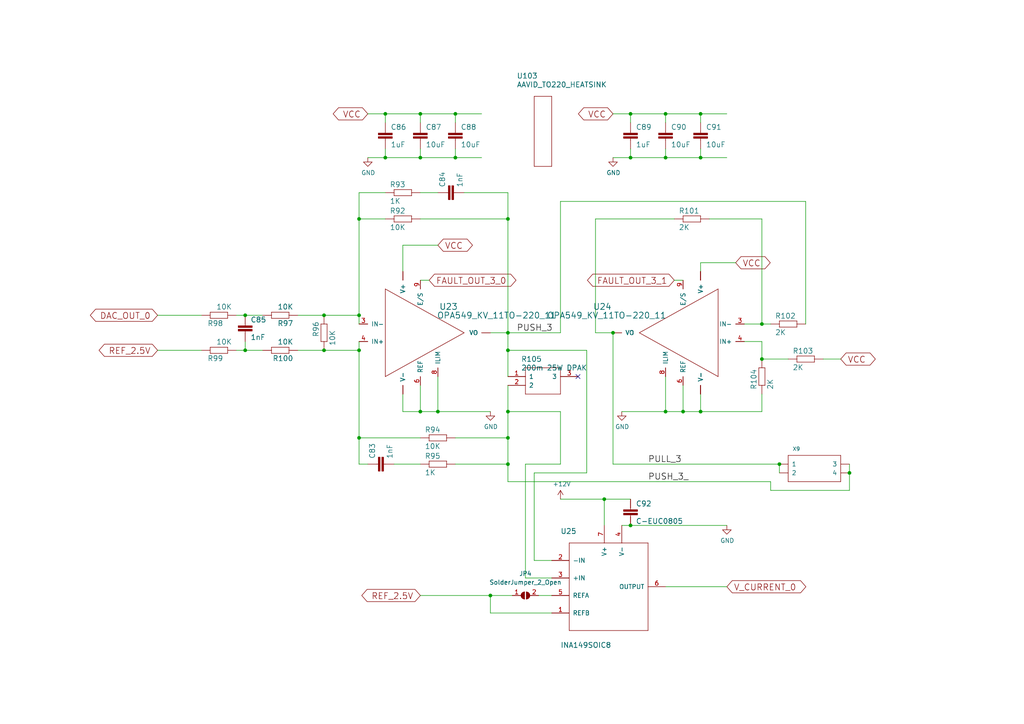
<source format=kicad_sch>
(kicad_sch (version 20211123) (generator eeschema)

  (uuid 6e416a78-df14-48ee-9842-e6e24081191e)

  (paper "A4")

  (lib_symbols
    (symbol "GPA_dortmund-eagle-import:AAVID_TO220_HEATSINK" (pin_names (offset 1.016)) (in_bom yes) (on_board yes)
      (property "Reference" "" (id 0) (at -7.62 15.24 0)
        (effects (font (size 1.4986 1.4986)) (justify left bottom))
      )
      (property "Value" "AAVID_TO220_HEATSINK" (id 1) (at -7.62 12.7 0)
        (effects (font (size 1.4986 1.4986)) (justify left bottom))
      )
      (property "Footprint" "" (id 2) (at 0 0 0)
        (effects (font (size 1.27 1.27)) hide)
      )
      (property "Datasheet" "" (id 3) (at 0 0 0)
        (effects (font (size 1.27 1.27)) hide)
      )
      (property "ki_locked" "" (id 4) (at 0 0 0)
        (effects (font (size 1.27 1.27)))
      )
      (symbol "AAVID_TO220_HEATSINK_1_0"
        (polyline
          (pts
            (xy -2.54 -10.16)
            (xy 2.54 -10.16)
          )
          (stroke (width 0) (type default) (color 0 0 0 0))
          (fill (type none))
        )
        (polyline
          (pts
            (xy -2.54 10.16)
            (xy -2.54 -10.16)
          )
          (stroke (width 0) (type default) (color 0 0 0 0))
          (fill (type none))
        )
        (polyline
          (pts
            (xy 2.54 -10.16)
            (xy 2.54 10.16)
          )
          (stroke (width 0) (type default) (color 0 0 0 0))
          (fill (type none))
        )
        (polyline
          (pts
            (xy 2.54 10.16)
            (xy -2.54 10.16)
          )
          (stroke (width 0) (type default) (color 0 0 0 0))
          (fill (type none))
        )
      )
    )
    (symbol "GPA_dortmund-eagle-import:C-EUC0805" (pin_names (offset 1.016)) (in_bom yes) (on_board yes)
      (property "Reference" "C" (id 0) (at 1.524 0.381 0)
        (effects (font (size 1.4986 1.4986)) (justify left bottom))
      )
      (property "Value" "C-EUC0805" (id 1) (at 1.524 -4.699 0)
        (effects (font (size 1.4986 1.4986)) (justify left bottom))
      )
      (property "Footprint" "" (id 2) (at 0 0 0)
        (effects (font (size 1.27 1.27)) hide)
      )
      (property "Datasheet" "" (id 3) (at 0 0 0)
        (effects (font (size 1.27 1.27)) hide)
      )
      (property "ki_locked" "" (id 4) (at 0 0 0)
        (effects (font (size 1.27 1.27)))
      )
      (symbol "C-EUC0805_1_0"
        (rectangle (start -2.032 -2.032) (end 2.032 -1.524)
          (stroke (width 0) (type default) (color 0 0 0 0))
          (fill (type outline))
        )
        (rectangle (start -2.032 -1.016) (end 2.032 -0.508)
          (stroke (width 0) (type default) (color 0 0 0 0))
          (fill (type outline))
        )
        (polyline
          (pts
            (xy 0 -2.54)
            (xy 0 -2.032)
          )
          (stroke (width 0) (type default) (color 0 0 0 0))
          (fill (type none))
        )
        (polyline
          (pts
            (xy 0 0)
            (xy 0 -0.508)
          )
          (stroke (width 0) (type default) (color 0 0 0 0))
          (fill (type none))
        )
        (pin passive line (at 0 2.54 270) (length 2.54)
          (name "1" (effects (font (size 0 0))))
          (number "1" (effects (font (size 0 0))))
        )
        (pin passive line (at 0 -5.08 90) (length 2.54)
          (name "2" (effects (font (size 0 0))))
          (number "2" (effects (font (size 0 0))))
        )
      )
    )
    (symbol "GPA_dortmund-eagle-import:INA149SOIC8" (pin_names (offset 1.016)) (in_bom yes) (on_board yes)
      (property "Reference" "" (id 0) (at -7.62 17.78 0)
        (effects (font (size 1.4986 1.4986)) (justify left bottom))
      )
      (property "Value" "INA149SOIC8" (id 1) (at -7.62 -15.24 0)
        (effects (font (size 1.4986 1.4986)) (justify left bottom))
      )
      (property "Footprint" "" (id 2) (at 0 0 0)
        (effects (font (size 1.27 1.27)) hide)
      )
      (property "Datasheet" "" (id 3) (at 0 0 0)
        (effects (font (size 1.27 1.27)) hide)
      )
      (property "ki_locked" "" (id 4) (at 0 0 0)
        (effects (font (size 1.27 1.27)))
      )
      (symbol "INA149SOIC8_0_0"
        (pin no_connect line (at 0 17.78 270) (length 2.54) hide
          (name "NC" (effects (font (size 1.27 1.27))))
          (number "8" (effects (font (size 1.27 1.27))))
        )
      )
      (symbol "INA149SOIC8_1_0"
        (polyline
          (pts
            (xy -5.08 -10.16)
            (xy 17.78 -10.16)
          )
          (stroke (width 0) (type default) (color 0 0 0 0))
          (fill (type none))
        )
        (polyline
          (pts
            (xy -5.08 15.24)
            (xy -5.08 -10.16)
          )
          (stroke (width 0) (type default) (color 0 0 0 0))
          (fill (type none))
        )
        (polyline
          (pts
            (xy 17.78 -10.16)
            (xy 17.78 15.24)
          )
          (stroke (width 0) (type default) (color 0 0 0 0))
          (fill (type none))
        )
        (polyline
          (pts
            (xy 17.78 15.24)
            (xy -5.08 15.24)
          )
          (stroke (width 0) (type default) (color 0 0 0 0))
          (fill (type none))
        )
        (pin power_in line (at -10.16 -5.08 0) (length 5.08)
          (name "REFB" (effects (font (size 1.27 1.27))))
          (number "1" (effects (font (size 1.27 1.27))))
        )
        (pin input line (at -10.16 10.16 0) (length 5.08)
          (name "-IN" (effects (font (size 1.27 1.27))))
          (number "2" (effects (font (size 1.27 1.27))))
        )
        (pin input line (at -10.16 5.08 0) (length 5.08)
          (name "+IN" (effects (font (size 1.27 1.27))))
          (number "3" (effects (font (size 1.27 1.27))))
        )
        (pin power_in line (at 10.16 20.32 270) (length 5.08)
          (name "V-" (effects (font (size 1.27 1.27))))
          (number "4" (effects (font (size 1.27 1.27))))
        )
        (pin input line (at -10.16 0 0) (length 5.08)
          (name "REFA" (effects (font (size 1.27 1.27))))
          (number "5" (effects (font (size 1.27 1.27))))
        )
        (pin output line (at 22.86 2.54 180) (length 5.08)
          (name "OUTPUT" (effects (font (size 1.27 1.27))))
          (number "6" (effects (font (size 1.27 1.27))))
        )
        (pin power_in line (at 5.08 20.32 270) (length 5.08)
          (name "V+" (effects (font (size 1.27 1.27))))
          (number "7" (effects (font (size 1.27 1.27))))
        )
      )
    )
    (symbol "GPA_dortmund-eagle-import:MINI-FIT-JR-045569-NA2" (pin_names (offset 1.016)) (in_bom yes) (on_board yes)
      (property "Reference" "X" (id 0) (at -6.35 6.35 0)
        (effects (font (size 1.0668 1.0668)) (justify left bottom))
      )
      (property "Value" "MINI-FIT-JR-045569-NA2" (id 1) (at 0 0 0)
        (effects (font (size 1.27 1.27)) hide)
      )
      (property "Footprint" "" (id 2) (at 0 0 0)
        (effects (font (size 1.27 1.27)) hide)
      )
      (property "Datasheet" "" (id 3) (at 0 0 0)
        (effects (font (size 1.27 1.27)) hide)
      )
      (property "ki_locked" "" (id 4) (at 0 0 0)
        (effects (font (size 1.27 1.27)))
      )
      (symbol "MINI-FIT-JR-045569-NA2_1_0"
        (polyline
          (pts
            (xy -7.62 -2.54)
            (xy 7.62 -2.54)
          )
          (stroke (width 0) (type default) (color 0 0 0 0))
          (fill (type none))
        )
        (polyline
          (pts
            (xy -7.62 5.08)
            (xy -7.62 -2.54)
          )
          (stroke (width 0) (type default) (color 0 0 0 0))
          (fill (type none))
        )
        (polyline
          (pts
            (xy 7.62 -2.54)
            (xy 7.62 5.08)
          )
          (stroke (width 0) (type default) (color 0 0 0 0))
          (fill (type none))
        )
        (polyline
          (pts
            (xy 7.62 5.08)
            (xy -7.62 5.08)
          )
          (stroke (width 0) (type default) (color 0 0 0 0))
          (fill (type none))
        )
        (pin bidirectional line (at -10.16 2.54 0) (length 2.54)
          (name "1" (effects (font (size 1.27 1.27))))
          (number "P1" (effects (font (size 0 0))))
        )
        (pin bidirectional line (at -10.16 0 0) (length 2.54)
          (name "2" (effects (font (size 1.27 1.27))))
          (number "P2" (effects (font (size 0 0))))
        )
        (pin bidirectional line (at 10.16 2.54 180) (length 2.54)
          (name "3" (effects (font (size 1.27 1.27))))
          (number "P3" (effects (font (size 0 0))))
        )
        (pin bidirectional line (at 10.16 0 180) (length 2.54)
          (name "4" (effects (font (size 1.27 1.27))))
          (number "P4" (effects (font (size 0 0))))
        )
      )
    )
    (symbol "GPA_dortmund-eagle-import:OPA549_KV_11TO-220_11" (pin_names (offset 1.016)) (in_bom yes) (on_board yes)
      (property "Reference" "U" (id 0) (at -14.8844 16.7386 0)
        (effects (font (size 1.7526 1.7526)) (justify left bottom))
      )
      (property "Value" "OPA549_KV_11TO-220_11" (id 1) (at -15.5194 14.1986 0)
        (effects (font (size 1.7526 1.7526)) (justify left bottom))
      )
      (property "Footprint" "" (id 2) (at 0 0 0)
        (effects (font (size 1.27 1.27)) hide)
      )
      (property "Datasheet" "" (id 3) (at 0 0 0)
        (effects (font (size 1.27 1.27)) hide)
      )
      (property "ki_locked" "" (id 4) (at 0 0 0)
        (effects (font (size 1.27 1.27)))
      )
      (symbol "OPA549_KV_11TO-220_11_1_0"
        (polyline
          (pts
            (xy -7.62 -12.7)
            (xy 15.24 0)
          )
          (stroke (width 0) (type default) (color 0 0 0 0))
          (fill (type none))
        )
        (polyline
          (pts
            (xy -7.62 12.7)
            (xy -7.62 -12.7)
          )
          (stroke (width 0) (type default) (color 0 0 0 0))
          (fill (type none))
        )
        (polyline
          (pts
            (xy 15.24 0)
            (xy -7.62 12.7)
          )
          (stroke (width 0) (type default) (color 0 0 0 0))
          (fill (type none))
        )
        (pin bidirectional line (at 22.86 0 180) (length 2.54)
          (name "VO" (effects (font (size 1.27 1.27))))
          (number "1" (effects (font (size 0 0))))
        )
        (pin power_in line (at -2.54 17.78 270) (length 2.54)
          (name "V+" (effects (font (size 1.27 1.27))))
          (number "10" (effects (font (size 0 0))))
        )
        (pin power_in line (at -2.54 17.78 270) (length 2.54)
          (name "V+" (effects (font (size 1.27 1.27))))
          (number "11" (effects (font (size 0 0))))
        )
        (pin bidirectional line (at 22.86 0 180) (length 2.54)
          (name "VO" (effects (font (size 1.27 1.27))))
          (number "2" (effects (font (size 0 0))))
        )
        (pin input line (at -15.24 2.54 0) (length 2.54)
          (name "IN-" (effects (font (size 1.27 1.27))))
          (number "3" (effects (font (size 1.27 1.27))))
        )
        (pin input line (at -15.24 -2.54 0) (length 2.54)
          (name "IN+" (effects (font (size 1.27 1.27))))
          (number "4" (effects (font (size 1.27 1.27))))
        )
        (pin power_in line (at -2.54 -17.78 90) (length 2.54)
          (name "V-" (effects (font (size 1.27 1.27))))
          (number "5" (effects (font (size 0 0))))
        )
        (pin power_in line (at 2.54 -15.24 90) (length 2.54)
          (name "REF" (effects (font (size 1.27 1.27))))
          (number "6" (effects (font (size 1.27 1.27))))
        )
        (pin power_in line (at -2.54 -17.78 90) (length 2.54)
          (name "V-" (effects (font (size 1.27 1.27))))
          (number "7" (effects (font (size 0 0))))
        )
        (pin passive line (at 7.62 -12.7 90) (length 2.54)
          (name "ILIM" (effects (font (size 1.27 1.27))))
          (number "8" (effects (font (size 1.27 1.27))))
        )
        (pin passive line (at 2.54 15.24 270) (length 2.54)
          (name "E/S" (effects (font (size 1.27 1.27))))
          (number "9" (effects (font (size 1.27 1.27))))
        )
      )
    )
    (symbol "GPA_dortmund-eagle-import:PWR163S-25-10R0J" (pin_names (offset 1.016)) (in_bom yes) (on_board yes)
      (property "Reference" "R" (id 0) (at 16.51 7.62 0)
        (effects (font (size 1.4986 1.4986)) (justify left))
      )
      (property "Value" "PWR163S-25-10R0J" (id 1) (at 16.51 5.08 0)
        (effects (font (size 1.4986 1.4986)) (justify left))
      )
      (property "Footprint" "" (id 2) (at 0 0 0)
        (effects (font (size 1.27 1.27)) hide)
      )
      (property "Datasheet" "" (id 3) (at 0 0 0)
        (effects (font (size 1.27 1.27)) hide)
      )
      (property "ki_locked" "" (id 4) (at 0 0 0)
        (effects (font (size 1.27 1.27)))
      )
      (symbol "PWR163S-25-10R0J_1_0"
        (polyline
          (pts
            (xy 5.08 2.54)
            (xy 5.08 -5.08)
          )
          (stroke (width 0) (type default) (color 0 0 0 0))
          (fill (type none))
        )
        (polyline
          (pts
            (xy 5.08 2.54)
            (xy 15.24 2.54)
          )
          (stroke (width 0) (type default) (color 0 0 0 0))
          (fill (type none))
        )
        (polyline
          (pts
            (xy 15.24 -5.08)
            (xy 5.08 -5.08)
          )
          (stroke (width 0) (type default) (color 0 0 0 0))
          (fill (type none))
        )
        (polyline
          (pts
            (xy 15.24 -5.08)
            (xy 15.24 2.54)
          )
          (stroke (width 0) (type default) (color 0 0 0 0))
          (fill (type none))
        )
        (pin bidirectional line (at 0 0 0) (length 5.08)
          (name "1" (effects (font (size 1.27 1.27))))
          (number "1" (effects (font (size 1.27 1.27))))
        )
        (pin bidirectional line (at 0 -2.54 0) (length 5.08)
          (name "2" (effects (font (size 1.27 1.27))))
          (number "2" (effects (font (size 1.27 1.27))))
        )
        (pin bidirectional line (at 20.32 0 180) (length 5.08)
          (name "3" (effects (font (size 1.27 1.27))))
          (number "3" (effects (font (size 1.27 1.27))))
        )
      )
    )
    (symbol "GPA_dortmund-eagle-import:R-EU_M0805" (pin_names (offset 1.016)) (in_bom yes) (on_board yes)
      (property "Reference" "R" (id 0) (at -3.81 1.4986 0)
        (effects (font (size 1.4986 1.4986)) (justify left bottom))
      )
      (property "Value" "R-EU_M0805" (id 1) (at -3.81 -3.302 0)
        (effects (font (size 1.4986 1.4986)) (justify left bottom))
      )
      (property "Footprint" "" (id 2) (at 0 0 0)
        (effects (font (size 1.27 1.27)) hide)
      )
      (property "Datasheet" "" (id 3) (at 0 0 0)
        (effects (font (size 1.27 1.27)) hide)
      )
      (property "ki_locked" "" (id 4) (at 0 0 0)
        (effects (font (size 1.27 1.27)))
      )
      (symbol "R-EU_M0805_1_0"
        (polyline
          (pts
            (xy -2.54 -0.889)
            (xy -2.54 0.889)
          )
          (stroke (width 0) (type default) (color 0 0 0 0))
          (fill (type none))
        )
        (polyline
          (pts
            (xy -2.54 -0.889)
            (xy 2.54 -0.889)
          )
          (stroke (width 0) (type default) (color 0 0 0 0))
          (fill (type none))
        )
        (polyline
          (pts
            (xy 2.54 -0.889)
            (xy 2.54 0.889)
          )
          (stroke (width 0) (type default) (color 0 0 0 0))
          (fill (type none))
        )
        (polyline
          (pts
            (xy 2.54 0.889)
            (xy -2.54 0.889)
          )
          (stroke (width 0) (type default) (color 0 0 0 0))
          (fill (type none))
        )
        (pin passive line (at -5.08 0 0) (length 2.54)
          (name "1" (effects (font (size 0 0))))
          (number "1" (effects (font (size 0 0))))
        )
        (pin passive line (at 5.08 0 180) (length 2.54)
          (name "2" (effects (font (size 0 0))))
          (number "2" (effects (font (size 0 0))))
        )
      )
    )
    (symbol "GPA_dortmund-eagle-import:R-EU_R0805" (pin_names (offset 1.016)) (in_bom yes) (on_board yes)
      (property "Reference" "R" (id 0) (at -3.81 1.4986 0)
        (effects (font (size 1.4986 1.4986)) (justify left bottom))
      )
      (property "Value" "R-EU_R0805" (id 1) (at -3.81 -3.302 0)
        (effects (font (size 1.4986 1.4986)) (justify left bottom))
      )
      (property "Footprint" "" (id 2) (at 0 0 0)
        (effects (font (size 1.27 1.27)) hide)
      )
      (property "Datasheet" "" (id 3) (at 0 0 0)
        (effects (font (size 1.27 1.27)) hide)
      )
      (property "ki_locked" "" (id 4) (at 0 0 0)
        (effects (font (size 1.27 1.27)))
      )
      (symbol "R-EU_R0805_1_0"
        (polyline
          (pts
            (xy -2.54 -0.889)
            (xy -2.54 0.889)
          )
          (stroke (width 0) (type default) (color 0 0 0 0))
          (fill (type none))
        )
        (polyline
          (pts
            (xy -2.54 -0.889)
            (xy 2.54 -0.889)
          )
          (stroke (width 0) (type default) (color 0 0 0 0))
          (fill (type none))
        )
        (polyline
          (pts
            (xy 2.54 -0.889)
            (xy 2.54 0.889)
          )
          (stroke (width 0) (type default) (color 0 0 0 0))
          (fill (type none))
        )
        (polyline
          (pts
            (xy 2.54 0.889)
            (xy -2.54 0.889)
          )
          (stroke (width 0) (type default) (color 0 0 0 0))
          (fill (type none))
        )
        (pin passive line (at -5.08 0 0) (length 2.54)
          (name "1" (effects (font (size 0 0))))
          (number "1" (effects (font (size 0 0))))
        )
        (pin passive line (at 5.08 0 180) (length 2.54)
          (name "2" (effects (font (size 0 0))))
          (number "2" (effects (font (size 0 0))))
        )
      )
    )
    (symbol "Jumper:SolderJumper_2_Open" (pin_names (offset 0) hide) (in_bom yes) (on_board yes)
      (property "Reference" "JP" (id 0) (at 0 2.032 0)
        (effects (font (size 1.27 1.27)))
      )
      (property "Value" "SolderJumper_2_Open" (id 1) (at 0 -2.54 0)
        (effects (font (size 1.27 1.27)))
      )
      (property "Footprint" "" (id 2) (at 0 0 0)
        (effects (font (size 1.27 1.27)) hide)
      )
      (property "Datasheet" "~" (id 3) (at 0 0 0)
        (effects (font (size 1.27 1.27)) hide)
      )
      (property "ki_keywords" "solder jumper SPST" (id 4) (at 0 0 0)
        (effects (font (size 1.27 1.27)) hide)
      )
      (property "ki_description" "Solder Jumper, 2-pole, open" (id 5) (at 0 0 0)
        (effects (font (size 1.27 1.27)) hide)
      )
      (property "ki_fp_filters" "SolderJumper*Open*" (id 6) (at 0 0 0)
        (effects (font (size 1.27 1.27)) hide)
      )
      (symbol "SolderJumper_2_Open_0_1"
        (arc (start -0.254 1.016) (mid -1.27 0) (end -0.254 -1.016)
          (stroke (width 0) (type default) (color 0 0 0 0))
          (fill (type none))
        )
        (arc (start -0.254 1.016) (mid -1.27 0) (end -0.254 -1.016)
          (stroke (width 0) (type default) (color 0 0 0 0))
          (fill (type outline))
        )
        (polyline
          (pts
            (xy -0.254 1.016)
            (xy -0.254 -1.016)
          )
          (stroke (width 0) (type default) (color 0 0 0 0))
          (fill (type none))
        )
        (polyline
          (pts
            (xy 0.254 1.016)
            (xy 0.254 -1.016)
          )
          (stroke (width 0) (type default) (color 0 0 0 0))
          (fill (type none))
        )
        (arc (start 0.254 -1.016) (mid 1.27 0) (end 0.254 1.016)
          (stroke (width 0) (type default) (color 0 0 0 0))
          (fill (type none))
        )
        (arc (start 0.254 -1.016) (mid 1.27 0) (end 0.254 1.016)
          (stroke (width 0) (type default) (color 0 0 0 0))
          (fill (type outline))
        )
      )
      (symbol "SolderJumper_2_Open_1_1"
        (pin passive line (at -3.81 0 0) (length 2.54)
          (name "A" (effects (font (size 1.27 1.27))))
          (number "1" (effects (font (size 1.27 1.27))))
        )
        (pin passive line (at 3.81 0 180) (length 2.54)
          (name "B" (effects (font (size 1.27 1.27))))
          (number "2" (effects (font (size 1.27 1.27))))
        )
      )
    )
    (symbol "power:+12V" (power) (pin_names (offset 0)) (in_bom yes) (on_board yes)
      (property "Reference" "#PWR" (id 0) (at 0 -3.81 0)
        (effects (font (size 1.27 1.27)) hide)
      )
      (property "Value" "+12V" (id 1) (at 0 3.556 0)
        (effects (font (size 1.27 1.27)))
      )
      (property "Footprint" "" (id 2) (at 0 0 0)
        (effects (font (size 1.27 1.27)) hide)
      )
      (property "Datasheet" "" (id 3) (at 0 0 0)
        (effects (font (size 1.27 1.27)) hide)
      )
      (property "ki_keywords" "power-flag" (id 4) (at 0 0 0)
        (effects (font (size 1.27 1.27)) hide)
      )
      (property "ki_description" "Power symbol creates a global label with name \"+12V\"" (id 5) (at 0 0 0)
        (effects (font (size 1.27 1.27)) hide)
      )
      (symbol "+12V_0_1"
        (polyline
          (pts
            (xy -0.762 1.27)
            (xy 0 2.54)
          )
          (stroke (width 0) (type default) (color 0 0 0 0))
          (fill (type none))
        )
        (polyline
          (pts
            (xy 0 0)
            (xy 0 2.54)
          )
          (stroke (width 0) (type default) (color 0 0 0 0))
          (fill (type none))
        )
        (polyline
          (pts
            (xy 0 2.54)
            (xy 0.762 1.27)
          )
          (stroke (width 0) (type default) (color 0 0 0 0))
          (fill (type none))
        )
      )
      (symbol "+12V_1_1"
        (pin power_in line (at 0 0 90) (length 0) hide
          (name "+12V" (effects (font (size 1.27 1.27))))
          (number "1" (effects (font (size 1.27 1.27))))
        )
      )
    )
    (symbol "power:GND" (power) (pin_names (offset 0)) (in_bom yes) (on_board yes)
      (property "Reference" "#PWR" (id 0) (at 0 -6.35 0)
        (effects (font (size 1.27 1.27)) hide)
      )
      (property "Value" "GND" (id 1) (at 0 -3.81 0)
        (effects (font (size 1.27 1.27)))
      )
      (property "Footprint" "" (id 2) (at 0 0 0)
        (effects (font (size 1.27 1.27)) hide)
      )
      (property "Datasheet" "" (id 3) (at 0 0 0)
        (effects (font (size 1.27 1.27)) hide)
      )
      (property "ki_keywords" "power-flag" (id 4) (at 0 0 0)
        (effects (font (size 1.27 1.27)) hide)
      )
      (property "ki_description" "Power symbol creates a global label with name \"GND\" , ground" (id 5) (at 0 0 0)
        (effects (font (size 1.27 1.27)) hide)
      )
      (symbol "GND_0_1"
        (polyline
          (pts
            (xy 0 0)
            (xy 0 -1.27)
            (xy 1.27 -1.27)
            (xy 0 -2.54)
            (xy -1.27 -1.27)
            (xy 0 -1.27)
          )
          (stroke (width 0) (type default) (color 0 0 0 0))
          (fill (type none))
        )
      )
      (symbol "GND_1_1"
        (pin power_in line (at 0 0 270) (length 0) hide
          (name "GND" (effects (font (size 1.27 1.27))))
          (number "1" (effects (font (size 1.27 1.27))))
        )
      )
    )
  )

  (junction (at 147.32 101.6) (diameter 0) (color 0 0 0 0)
    (uuid 09321bf4-1ea1-49b5-b1f9-ac29d6606a74)
  )
  (junction (at 198.12 119.38) (diameter 0) (color 0 0 0 0)
    (uuid 0bd0a832-b0e1-43ea-86ff-02f01787a42f)
  )
  (junction (at 220.98 93.98) (diameter 0) (color 0 0 0 0)
    (uuid 0d7333ca-0587-43cb-9af7-f59016c85820)
  )
  (junction (at 193.04 45.72) (diameter 0) (color 0 0 0 0)
    (uuid 2056f16f-2d4a-4f35-8a56-49ab69eeef16)
  )
  (junction (at 182.88 45.72) (diameter 0) (color 0 0 0 0)
    (uuid 21c9358c-c2dd-4df5-9cfe-ea9bd0b49374)
  )
  (junction (at 147.32 134.62) (diameter 0) (color 0 0 0 0)
    (uuid 291e4200-f3c9-4b61-8158-17e8c4424a24)
  )
  (junction (at 121.92 33.02) (diameter 0) (color 0 0 0 0)
    (uuid 2fea3f9c-a97b-4a77-88f7-98b3d8a00622)
  )
  (junction (at 121.92 119.38) (diameter 0) (color 0 0 0 0)
    (uuid 30d908b4-1bb2-4a37-ba92-c0290b7ae530)
  )
  (junction (at 132.08 45.72) (diameter 0) (color 0 0 0 0)
    (uuid 3a274653-eff3-4ffe-9be8-2bfd0950af0a)
  )
  (junction (at 175.26 144.78) (diameter 0) (color 0 0 0 0)
    (uuid 45245258-c97a-4586-bc43-2154c85c0ef6)
  )
  (junction (at 104.14 101.6) (diameter 0) (color 0 0 0 0)
    (uuid 47890384-6eaa-420c-b9ae-e68a6a7f17b5)
  )
  (junction (at 104.14 63.5) (diameter 0) (color 0 0 0 0)
    (uuid 4e0c0da6-a302-49a1-8b88-4dccac856a0b)
  )
  (junction (at 203.2 45.72) (diameter 0) (color 0 0 0 0)
    (uuid 56b53988-7c92-40d8-a754-683f4429d93e)
  )
  (junction (at 246.38 137.16) (diameter 0) (color 0 0 0 0)
    (uuid 578f33ff-8d12-4136-bb61-e55b7655fa5b)
  )
  (junction (at 182.88 33.02) (diameter 0) (color 0 0 0 0)
    (uuid 5f74c6fb-337b-40a9-9b79-933f2f30429a)
  )
  (junction (at 121.92 45.72) (diameter 0) (color 0 0 0 0)
    (uuid 60628c1f-f7b2-4a4b-be6f-62bc1a819432)
  )
  (junction (at 147.32 119.38) (diameter 0) (color 0 0 0 0)
    (uuid 664ea685-f665-4315-aadf-581a656f41df)
  )
  (junction (at 226.06 134.62) (diameter 0) (color 0 0 0 0)
    (uuid 6d646c30-feab-4e3e-adf0-5427b73b5f08)
  )
  (junction (at 132.08 33.02) (diameter 0) (color 0 0 0 0)
    (uuid 6dfa921c-8a4f-4fcf-a0e7-8718b6271ea9)
  )
  (junction (at 127 119.38) (diameter 0) (color 0 0 0 0)
    (uuid 710852c3-85af-44f2-af12-adc5798f2795)
  )
  (junction (at 71.12 91.44) (diameter 0) (color 0 0 0 0)
    (uuid 7c1dbd41-291a-4aad-bf3b-16497f84df7b)
  )
  (junction (at 93.98 101.6) (diameter 0) (color 0 0 0 0)
    (uuid 7da6dd22-6820-4812-8b65-ceb1440c016d)
  )
  (junction (at 104.14 91.44) (diameter 0) (color 0 0 0 0)
    (uuid 7e509ce7-bdc7-45fb-b2d0-c14a958a5480)
  )
  (junction (at 111.76 45.72) (diameter 0) (color 0 0 0 0)
    (uuid 810d1828-323c-409a-960d-456fda8be10a)
  )
  (junction (at 203.2 119.38) (diameter 0) (color 0 0 0 0)
    (uuid 8527ef2e-5212-4629-b6f5-b0130ab61dab)
  )
  (junction (at 177.8 96.52) (diameter 0) (color 0 0 0 0)
    (uuid 8e1983d7-818b-423d-95d2-7f219e4f6ba3)
  )
  (junction (at 147.32 127) (diameter 0) (color 0 0 0 0)
    (uuid 933a17ae-06d4-4de3-aae1-d3835cc0d957)
  )
  (junction (at 220.98 104.14) (diameter 0) (color 0 0 0 0)
    (uuid 95aed042-4cef-4360-9184-83bbe2dcfbaa)
  )
  (junction (at 104.14 127) (diameter 0) (color 0 0 0 0)
    (uuid a543a4a0-b8e2-45a4-be48-7207020a5b1f)
  )
  (junction (at 147.32 96.52) (diameter 0) (color 0 0 0 0)
    (uuid aa52a4ee-249d-4f84-a65a-9c1702b5bb75)
  )
  (junction (at 111.76 33.02) (diameter 0) (color 0 0 0 0)
    (uuid ab26a42e-b7f6-4a80-b26c-c01085e448c7)
  )
  (junction (at 93.98 91.44) (diameter 0) (color 0 0 0 0)
    (uuid c94b6f38-b2c7-494d-9fba-9edbdd8e122a)
  )
  (junction (at 203.2 33.02) (diameter 0) (color 0 0 0 0)
    (uuid d36e7ed4-f2bc-4d88-86ae-317d3c24af1a)
  )
  (junction (at 182.88 152.4) (diameter 0) (color 0 0 0 0)
    (uuid d433e10e-a10c-42c7-9409-f756ab1084a2)
  )
  (junction (at 147.32 63.5) (diameter 0) (color 0 0 0 0)
    (uuid e2349eb5-0f2d-4c2a-b154-1cfe1ab9cd91)
  )
  (junction (at 142.24 172.72) (diameter 0) (color 0 0 0 0)
    (uuid e6235600-87cc-4c82-b15f-34fb66b9bf0e)
  )
  (junction (at 193.04 119.38) (diameter 0) (color 0 0 0 0)
    (uuid eecd895d-4aa1-458c-8512-c9957fd00fad)
  )
  (junction (at 71.12 101.6) (diameter 0) (color 0 0 0 0)
    (uuid f8db64f8-1695-46e3-9667-49f16b5c734b)
  )
  (junction (at 193.04 33.02) (diameter 0) (color 0 0 0 0)
    (uuid ff203a9b-3d2e-4e1d-a6f0-12d16e5120fb)
  )

  (no_connect (at 167.64 109.22) (uuid 663e5097-d637-4088-8d27-2d72ff835abc))

  (wire (pts (xy 93.98 101.6) (xy 104.14 101.6))
    (stroke (width 0) (type default) (color 0 0 0 0))
    (uuid 00627221-b0fd-448e-b5a6-250d249697c2)
  )
  (wire (pts (xy 152.4 134.62) (xy 152.4 167.64))
    (stroke (width 0) (type default) (color 0 0 0 0))
    (uuid 0208dcec-5844-41d6-8382-4437ac8ac82d)
  )
  (wire (pts (xy 193.04 109.22) (xy 193.04 119.38))
    (stroke (width 0) (type default) (color 0 0 0 0))
    (uuid 037a257a-ceb2-409c-ab24-48a743172dae)
  )
  (wire (pts (xy 142.24 119.38) (xy 127 119.38))
    (stroke (width 0) (type default) (color 0 0 0 0))
    (uuid 062fbe79-da43-4e6a-bd6f-509557f2df9b)
  )
  (wire (pts (xy 160.02 177.8) (xy 142.24 177.8))
    (stroke (width 0) (type default) (color 0 0 0 0))
    (uuid 064853d1-fee5-4dc2-a187-8cbdd26d3919)
  )
  (wire (pts (xy 121.92 134.62) (xy 114.3 134.62))
    (stroke (width 0) (type default) (color 0 0 0 0))
    (uuid 0ba3fcf8-07bd-443d-be28-f69a4ad80df4)
  )
  (wire (pts (xy 226.06 137.16) (xy 226.06 134.62))
    (stroke (width 0) (type default) (color 0 0 0 0))
    (uuid 0df798c0-963e-4340-a737-18e50763521e)
  )
  (wire (pts (xy 175.26 152.4) (xy 175.26 144.78))
    (stroke (width 0) (type default) (color 0 0 0 0))
    (uuid 0fffb828-f291-41d3-a83c-4eaa3df13f3a)
  )
  (wire (pts (xy 111.76 43.18) (xy 111.76 45.72))
    (stroke (width 0) (type default) (color 0 0 0 0))
    (uuid 11547ba3-d459-4ced-9333-92979d5b86e1)
  )
  (wire (pts (xy 162.56 134.62) (xy 152.4 134.62))
    (stroke (width 0) (type default) (color 0 0 0 0))
    (uuid 1569382e-a4f5-4166-a19c-b78580f8c980)
  )
  (wire (pts (xy 203.2 76.2) (xy 213.36 76.2))
    (stroke (width 0) (type default) (color 0 0 0 0))
    (uuid 16aa2316-1a67-45e5-b6c4-e59dd85814f4)
  )
  (wire (pts (xy 142.24 96.52) (xy 147.32 96.52))
    (stroke (width 0) (type default) (color 0 0 0 0))
    (uuid 1a1da3ab-0792-420a-a2dd-c670f9cd52e8)
  )
  (wire (pts (xy 198.12 81.28) (xy 195.58 81.28))
    (stroke (width 0) (type default) (color 0 0 0 0))
    (uuid 1bb16fed-1537-47fa-90f6-8dc136da5d16)
  )
  (wire (pts (xy 203.2 43.18) (xy 203.2 45.72))
    (stroke (width 0) (type default) (color 0 0 0 0))
    (uuid 1c7ec62e-d96c-4a0d-ac32-e919b90a3c5b)
  )
  (wire (pts (xy 147.32 55.88) (xy 147.32 63.5))
    (stroke (width 0) (type default) (color 0 0 0 0))
    (uuid 1d2d8ec8-1f1b-4d06-9a35-eff8e386bdb8)
  )
  (wire (pts (xy 172.72 96.52) (xy 177.8 96.52))
    (stroke (width 0) (type default) (color 0 0 0 0))
    (uuid 1d6518e1-cfe9-4078-adc2-cf8e6477b5cb)
  )
  (wire (pts (xy 142.24 172.72) (xy 121.92 172.72))
    (stroke (width 0) (type default) (color 0 0 0 0))
    (uuid 1d6c2d6c-bee0-401d-9749-98f17833afdd)
  )
  (wire (pts (xy 127 55.88) (xy 121.92 55.88))
    (stroke (width 0) (type default) (color 0 0 0 0))
    (uuid 207932d1-3fbf-4bd3-8ef6-a6601aaaae72)
  )
  (wire (pts (xy 147.32 63.5) (xy 147.32 96.52))
    (stroke (width 0) (type default) (color 0 0 0 0))
    (uuid 22614aba-2c26-4590-8e12-a7a6b6de48de)
  )
  (wire (pts (xy 121.92 119.38) (xy 121.92 111.76))
    (stroke (width 0) (type default) (color 0 0 0 0))
    (uuid 226f524c-89b4-46ed-86fd-c8ea41059fd4)
  )
  (wire (pts (xy 220.98 99.06) (xy 220.98 104.14))
    (stroke (width 0) (type default) (color 0 0 0 0))
    (uuid 2571f4c8-d7fc-4e8c-94df-f480e56bb717)
  )
  (wire (pts (xy 182.88 35.56) (xy 182.88 33.02))
    (stroke (width 0) (type default) (color 0 0 0 0))
    (uuid 2b894b8a-c098-4d9d-be0f-2ef41dea274e)
  )
  (wire (pts (xy 220.98 63.5) (xy 220.98 93.98))
    (stroke (width 0) (type default) (color 0 0 0 0))
    (uuid 2f122013-8dbc-4371-941a-b52e2115db20)
  )
  (wire (pts (xy 71.12 91.44) (xy 76.2 91.44))
    (stroke (width 0) (type default) (color 0 0 0 0))
    (uuid 2f29ffe5-cbdc-4a3f-81e6-c7d9f4c5145a)
  )
  (wire (pts (xy 182.88 152.4) (xy 210.82 152.4))
    (stroke (width 0) (type default) (color 0 0 0 0))
    (uuid 2f8ebbbf-0f11-4a15-9648-1d28e5593127)
  )
  (wire (pts (xy 104.14 63.5) (xy 104.14 91.44))
    (stroke (width 0) (type default) (color 0 0 0 0))
    (uuid 31b8e579-7afa-4dee-9f20-b2fefaae3c16)
  )
  (wire (pts (xy 147.32 119.38) (xy 162.56 119.38))
    (stroke (width 0) (type default) (color 0 0 0 0))
    (uuid 33064f56-88c0-44a1-ac52-96957fe5ad49)
  )
  (wire (pts (xy 177.8 45.72) (xy 182.88 45.72))
    (stroke (width 0) (type default) (color 0 0 0 0))
    (uuid 33e40dd5-556d-4de0-ab08-235c61b7ba9f)
  )
  (wire (pts (xy 246.38 142.24) (xy 246.38 137.16))
    (stroke (width 0) (type default) (color 0 0 0 0))
    (uuid 376a6f44-cf22-4d88-ac13-30f83803795f)
  )
  (wire (pts (xy 182.88 45.72) (xy 193.04 45.72))
    (stroke (width 0) (type default) (color 0 0 0 0))
    (uuid 3a568413-17bd-4a87-b1ac-928e77fa1b6a)
  )
  (wire (pts (xy 238.76 104.14) (xy 243.84 104.14))
    (stroke (width 0) (type default) (color 0 0 0 0))
    (uuid 3b909fd4-b382-4019-8708-80d1d9a9fe1c)
  )
  (wire (pts (xy 68.58 91.44) (xy 71.12 91.44))
    (stroke (width 0) (type default) (color 0 0 0 0))
    (uuid 3ba59656-e36e-4caa-8957-90ed8686b3d3)
  )
  (wire (pts (xy 104.14 134.62) (xy 104.14 127))
    (stroke (width 0) (type default) (color 0 0 0 0))
    (uuid 3c19fda9-55de-469e-9693-2d8993bca106)
  )
  (wire (pts (xy 116.84 119.38) (xy 121.92 119.38))
    (stroke (width 0) (type default) (color 0 0 0 0))
    (uuid 3ce4c631-4e8b-4ee6-a520-34bf7b12880c)
  )
  (wire (pts (xy 220.98 114.3) (xy 220.98 119.38))
    (stroke (width 0) (type default) (color 0 0 0 0))
    (uuid 3d8571f7-688f-49ac-8d91-22508c277f45)
  )
  (wire (pts (xy 134.62 55.88) (xy 147.32 55.88))
    (stroke (width 0) (type default) (color 0 0 0 0))
    (uuid 401b5a0c-f502-4551-9d61-fa50a303707e)
  )
  (wire (pts (xy 111.76 45.72) (xy 121.92 45.72))
    (stroke (width 0) (type default) (color 0 0 0 0))
    (uuid 40800b4d-424c-4738-8041-4662989d2010)
  )
  (wire (pts (xy 132.08 134.62) (xy 147.32 134.62))
    (stroke (width 0) (type default) (color 0 0 0 0))
    (uuid 4208e41d-1d0a-40b9-bf94-fcbeb6562f9d)
  )
  (wire (pts (xy 180.34 152.4) (xy 182.88 152.4))
    (stroke (width 0) (type default) (color 0 0 0 0))
    (uuid 4266f6dc-b108-467a-bc4a-756158b1a271)
  )
  (wire (pts (xy 121.92 81.28) (xy 124.46 81.28))
    (stroke (width 0) (type default) (color 0 0 0 0))
    (uuid 443de8e6-6c50-4145-a643-8098c9ffc1e6)
  )
  (wire (pts (xy 220.98 119.38) (xy 203.2 119.38))
    (stroke (width 0) (type default) (color 0 0 0 0))
    (uuid 45899113-d22e-4a5b-822e-9aca23b124ee)
  )
  (wire (pts (xy 162.56 119.38) (xy 162.56 134.62))
    (stroke (width 0) (type default) (color 0 0 0 0))
    (uuid 4625ef31-ba9f-4b3e-8ebc-93b4658ad74a)
  )
  (wire (pts (xy 121.92 127) (xy 104.14 127))
    (stroke (width 0) (type default) (color 0 0 0 0))
    (uuid 4687c479-536f-4d7c-9d3c-04c9b426c43c)
  )
  (wire (pts (xy 148.59 172.72) (xy 142.24 172.72))
    (stroke (width 0) (type default) (color 0 0 0 0))
    (uuid 4ae35be4-9f7d-4136-8e08-32ddb2444bb9)
  )
  (wire (pts (xy 162.56 58.42) (xy 162.56 96.52))
    (stroke (width 0) (type default) (color 0 0 0 0))
    (uuid 4c069f0b-8c76-44a0-a999-7bd72a3e8dee)
  )
  (wire (pts (xy 116.84 71.12) (xy 127 71.12))
    (stroke (width 0) (type default) (color 0 0 0 0))
    (uuid 5080cf4c-abda-4232-b279-44d0e6b9bde3)
  )
  (wire (pts (xy 116.84 114.3) (xy 116.84 119.38))
    (stroke (width 0) (type default) (color 0 0 0 0))
    (uuid 51320c8c-9c4a-48b8-a7b8-e2c8d1f2e5ad)
  )
  (wire (pts (xy 223.52 142.24) (xy 246.38 142.24))
    (stroke (width 0) (type default) (color 0 0 0 0))
    (uuid 52d326d4-51c9-4c17-8412-9aaf3e6cdf4c)
  )
  (wire (pts (xy 127 109.22) (xy 127 119.38))
    (stroke (width 0) (type default) (color 0 0 0 0))
    (uuid 57e17378-f1f7-42d0-9ad3-fb44c2d5cdc3)
  )
  (wire (pts (xy 193.04 119.38) (xy 198.12 119.38))
    (stroke (width 0) (type default) (color 0 0 0 0))
    (uuid 5b5611ee-3a4f-4573-978f-2e48db0ecaf5)
  )
  (wire (pts (xy 116.84 78.74) (xy 116.84 71.12))
    (stroke (width 0) (type default) (color 0 0 0 0))
    (uuid 5b867f3d-ce38-4d21-95dd-fe114f76e9dc)
  )
  (wire (pts (xy 142.24 177.8) (xy 142.24 172.72))
    (stroke (width 0) (type default) (color 0 0 0 0))
    (uuid 5da06777-0696-4bb2-8c9a-78c96b4b3e90)
  )
  (wire (pts (xy 170.18 101.6) (xy 170.18 137.16))
    (stroke (width 0) (type default) (color 0 0 0 0))
    (uuid 5e27f565-c85a-4f3b-9862-58c0accdd5e3)
  )
  (wire (pts (xy 246.38 137.16) (xy 246.38 134.62))
    (stroke (width 0) (type default) (color 0 0 0 0))
    (uuid 60d30b2f-02cb-42f2-b2ed-c84cb33e3e36)
  )
  (wire (pts (xy 76.2 101.6) (xy 71.12 101.6))
    (stroke (width 0) (type default) (color 0 0 0 0))
    (uuid 62c6f8ce-78e5-4ab3-bb01-2fcb0df87aa6)
  )
  (wire (pts (xy 104.14 55.88) (xy 104.14 63.5))
    (stroke (width 0) (type default) (color 0 0 0 0))
    (uuid 6540157e-dd56-419f-8e12-b9f763e7e5a8)
  )
  (wire (pts (xy 220.98 93.98) (xy 223.52 93.98))
    (stroke (width 0) (type default) (color 0 0 0 0))
    (uuid 6597e724-ffad-43f1-9619-cca25cced87f)
  )
  (wire (pts (xy 182.88 33.02) (xy 193.04 33.02))
    (stroke (width 0) (type default) (color 0 0 0 0))
    (uuid 6776c573-26e6-4a02-ab96-18129f258651)
  )
  (wire (pts (xy 147.32 127) (xy 147.32 134.62))
    (stroke (width 0) (type default) (color 0 0 0 0))
    (uuid 68f7174d-ce7a-41b4-89f8-dd7e3ded57a1)
  )
  (wire (pts (xy 203.2 114.3) (xy 203.2 119.38))
    (stroke (width 0) (type default) (color 0 0 0 0))
    (uuid 6ae47305-86b3-4e27-b3c6-46e195fdaa6d)
  )
  (wire (pts (xy 106.68 45.72) (xy 111.76 45.72))
    (stroke (width 0) (type default) (color 0 0 0 0))
    (uuid 6c715627-9fe9-4566-9325-aed34f2a0ebd)
  )
  (wire (pts (xy 177.8 96.52) (xy 177.8 134.62))
    (stroke (width 0) (type default) (color 0 0 0 0))
    (uuid 6e21d8a8-05db-450e-863d-764ba51b5b58)
  )
  (wire (pts (xy 127 119.38) (xy 121.92 119.38))
    (stroke (width 0) (type default) (color 0 0 0 0))
    (uuid 7147b342-4ca8-4694-a1ec-b615c151a5d0)
  )
  (wire (pts (xy 182.88 144.78) (xy 175.26 144.78))
    (stroke (width 0) (type default) (color 0 0 0 0))
    (uuid 72733f59-fc61-4ff2-8fe5-0440be71758a)
  )
  (wire (pts (xy 154.94 137.16) (xy 154.94 162.56))
    (stroke (width 0) (type default) (color 0 0 0 0))
    (uuid 7d3a9372-4f99-452e-9767-51a31df66106)
  )
  (wire (pts (xy 71.12 99.06) (xy 71.12 101.6))
    (stroke (width 0) (type default) (color 0 0 0 0))
    (uuid 825ca21e-b6a1-4e84-a612-f8e2fae8ac04)
  )
  (wire (pts (xy 93.98 91.44) (xy 104.14 91.44))
    (stroke (width 0) (type default) (color 0 0 0 0))
    (uuid 82782dc2-cb84-4d0c-b85e-b3903aca1e13)
  )
  (wire (pts (xy 203.2 45.72) (xy 210.82 45.72))
    (stroke (width 0) (type default) (color 0 0 0 0))
    (uuid 82941cb3-7e8d-4836-8b43-647cd4390ab6)
  )
  (wire (pts (xy 203.2 119.38) (xy 198.12 119.38))
    (stroke (width 0) (type default) (color 0 0 0 0))
    (uuid 84e154cc-34e9-48ac-ab7e-fc52b3bc90d0)
  )
  (wire (pts (xy 104.14 101.6) (xy 104.14 99.06))
    (stroke (width 0) (type default) (color 0 0 0 0))
    (uuid 858b182d-fdce-45a6-8c3a-626e9f7a9971)
  )
  (wire (pts (xy 205.74 63.5) (xy 220.98 63.5))
    (stroke (width 0) (type default) (color 0 0 0 0))
    (uuid 895d5ca3-0e9a-421e-88ea-3017edd2db62)
  )
  (wire (pts (xy 203.2 78.74) (xy 203.2 76.2))
    (stroke (width 0) (type default) (color 0 0 0 0))
    (uuid 8ddee80f-a354-4a11-ae03-acb37cf50626)
  )
  (wire (pts (xy 86.36 91.44) (xy 93.98 91.44))
    (stroke (width 0) (type default) (color 0 0 0 0))
    (uuid 8ecc0874-e7f5-4102-a6b7-0222cf1fccc2)
  )
  (wire (pts (xy 147.32 101.6) (xy 170.18 101.6))
    (stroke (width 0) (type default) (color 0 0 0 0))
    (uuid 9050328c-80d1-449f-94a8-27658961ba9d)
  )
  (wire (pts (xy 193.04 45.72) (xy 203.2 45.72))
    (stroke (width 0) (type default) (color 0 0 0 0))
    (uuid 914a2046-646f-4d53-b355-ce2139e25907)
  )
  (wire (pts (xy 111.76 63.5) (xy 104.14 63.5))
    (stroke (width 0) (type default) (color 0 0 0 0))
    (uuid 914ccec4-572a-4ec0-b281-596368eea274)
  )
  (wire (pts (xy 121.92 63.5) (xy 147.32 63.5))
    (stroke (width 0) (type default) (color 0 0 0 0))
    (uuid 92822296-9b31-4c78-bfe1-2dc7c2e425bc)
  )
  (wire (pts (xy 104.14 91.44) (xy 104.14 93.98))
    (stroke (width 0) (type default) (color 0 0 0 0))
    (uuid 978f967d-6cc0-4f07-b852-e2800feefa07)
  )
  (wire (pts (xy 170.18 137.16) (xy 154.94 137.16))
    (stroke (width 0) (type default) (color 0 0 0 0))
    (uuid 99c0b885-9395-4eaa-a204-8d7dea094883)
  )
  (wire (pts (xy 182.88 43.18) (xy 182.88 45.72))
    (stroke (width 0) (type default) (color 0 0 0 0))
    (uuid 9ad8e352-005c-4299-8beb-56f3b58c96b7)
  )
  (wire (pts (xy 203.2 33.02) (xy 210.82 33.02))
    (stroke (width 0) (type default) (color 0 0 0 0))
    (uuid 9ba85d0a-e58f-45a8-9d86-ad6c976003b7)
  )
  (wire (pts (xy 228.6 104.14) (xy 220.98 104.14))
    (stroke (width 0) (type default) (color 0 0 0 0))
    (uuid 9cab0c4e-2726-433f-a46f-c25156ae2489)
  )
  (wire (pts (xy 233.68 93.98) (xy 233.68 58.42))
    (stroke (width 0) (type default) (color 0 0 0 0))
    (uuid 9d2af601-5327-4706-9acb-978b65e95af5)
  )
  (wire (pts (xy 71.12 101.6) (xy 68.58 101.6))
    (stroke (width 0) (type default) (color 0 0 0 0))
    (uuid 9f5c7a80-7220-432e-865b-d1468e8a8d4c)
  )
  (wire (pts (xy 132.08 33.02) (xy 139.7 33.02))
    (stroke (width 0) (type default) (color 0 0 0 0))
    (uuid 9fa51663-d9ff-42d5-ab2b-c96b6768fc7a)
  )
  (wire (pts (xy 193.04 33.02) (xy 203.2 33.02))
    (stroke (width 0) (type default) (color 0 0 0 0))
    (uuid a067c43d-047d-48ca-a682-5bbb620e3988)
  )
  (wire (pts (xy 160.02 167.64) (xy 152.4 167.64))
    (stroke (width 0) (type default) (color 0 0 0 0))
    (uuid a2ead14b-89a8-4438-a7df-7876de28e69a)
  )
  (wire (pts (xy 160.02 162.56) (xy 154.94 162.56))
    (stroke (width 0) (type default) (color 0 0 0 0))
    (uuid a3a9b316-86eb-411d-82d0-37407c2e4142)
  )
  (wire (pts (xy 160.02 172.72) (xy 156.21 172.72))
    (stroke (width 0) (type default) (color 0 0 0 0))
    (uuid a4971cc2-2bc0-4979-86df-10f6aaaa3b65)
  )
  (wire (pts (xy 180.34 119.38) (xy 193.04 119.38))
    (stroke (width 0) (type default) (color 0 0 0 0))
    (uuid a57e46ab-4127-4b88-afea-d94b5d7bc928)
  )
  (wire (pts (xy 147.32 111.76) (xy 147.32 119.38))
    (stroke (width 0) (type default) (color 0 0 0 0))
    (uuid a6694369-d7a9-41d0-a88e-8a3c16982564)
  )
  (wire (pts (xy 121.92 45.72) (xy 132.08 45.72))
    (stroke (width 0) (type default) (color 0 0 0 0))
    (uuid a67b97a6-51fd-4a32-8231-3fd10436b6ab)
  )
  (wire (pts (xy 203.2 35.56) (xy 203.2 33.02))
    (stroke (width 0) (type default) (color 0 0 0 0))
    (uuid a9ad6ea5-8293-424c-89d4-c01baf033429)
  )
  (wire (pts (xy 233.68 58.42) (xy 162.56 58.42))
    (stroke (width 0) (type default) (color 0 0 0 0))
    (uuid ac0e5582-f44c-4bc2-8ae7-2c3f1115fb00)
  )
  (wire (pts (xy 86.36 101.6) (xy 93.98 101.6))
    (stroke (width 0) (type default) (color 0 0 0 0))
    (uuid ac99d2b9-3592-44c3-94eb-e556103750a4)
  )
  (wire (pts (xy 220.98 93.98) (xy 215.9 93.98))
    (stroke (width 0) (type default) (color 0 0 0 0))
    (uuid aeae1c08-0511-41ff-896d-95b95a86eb35)
  )
  (wire (pts (xy 147.32 139.7) (xy 223.52 139.7))
    (stroke (width 0) (type default) (color 0 0 0 0))
    (uuid b20fb198-6b0b-4cab-9ba8-ea9b46e8088f)
  )
  (wire (pts (xy 177.8 134.62) (xy 226.06 134.62))
    (stroke (width 0) (type default) (color 0 0 0 0))
    (uuid b2f7301d-582c-4990-a060-4a71ef08c6eb)
  )
  (wire (pts (xy 147.32 96.52) (xy 147.32 101.6))
    (stroke (width 0) (type default) (color 0 0 0 0))
    (uuid bf3524aa-7451-4bff-a4df-53f0aa1c0aeb)
  )
  (wire (pts (xy 111.76 33.02) (xy 121.92 33.02))
    (stroke (width 0) (type default) (color 0 0 0 0))
    (uuid bfdbfa5d-af60-4bcb-aaee-563dc6121e2f)
  )
  (wire (pts (xy 198.12 119.38) (xy 198.12 111.76))
    (stroke (width 0) (type default) (color 0 0 0 0))
    (uuid c1b73b2b-a0dd-4b0e-8d3d-c3beea420b93)
  )
  (wire (pts (xy 132.08 43.18) (xy 132.08 45.72))
    (stroke (width 0) (type default) (color 0 0 0 0))
    (uuid c1d39a30-006e-4167-9c23-81a57fa0c1bb)
  )
  (wire (pts (xy 193.04 43.18) (xy 193.04 45.72))
    (stroke (width 0) (type default) (color 0 0 0 0))
    (uuid c2079b33-906e-4c67-b0b6-7e228acc166b)
  )
  (wire (pts (xy 132.08 127) (xy 147.32 127))
    (stroke (width 0) (type default) (color 0 0 0 0))
    (uuid c2564ecf-bd43-431d-b9a2-c7be54487485)
  )
  (wire (pts (xy 58.42 91.44) (xy 45.72 91.44))
    (stroke (width 0) (type default) (color 0 0 0 0))
    (uuid c60045a9-c6dd-4a1d-b776-92c82360c330)
  )
  (wire (pts (xy 104.14 127) (xy 104.14 101.6))
    (stroke (width 0) (type default) (color 0 0 0 0))
    (uuid c88340d4-f51e-4560-b5d7-7144fb4e8a04)
  )
  (wire (pts (xy 172.72 63.5) (xy 172.72 96.52))
    (stroke (width 0) (type default) (color 0 0 0 0))
    (uuid cf45f134-35c0-4b31-91e7-048e45f34bf8)
  )
  (wire (pts (xy 162.56 96.52) (xy 147.32 96.52))
    (stroke (width 0) (type default) (color 0 0 0 0))
    (uuid d0060422-f68b-4ffa-bca8-6f70dc4f862d)
  )
  (wire (pts (xy 147.32 134.62) (xy 147.32 139.7))
    (stroke (width 0) (type default) (color 0 0 0 0))
    (uuid d1f81642-eb3a-4277-b357-9cbb5a3aa5ac)
  )
  (wire (pts (xy 121.92 35.56) (xy 121.92 33.02))
    (stroke (width 0) (type default) (color 0 0 0 0))
    (uuid d25a1e45-06d1-4c1c-9b3a-0fd8abd0bfed)
  )
  (wire (pts (xy 106.68 134.62) (xy 104.14 134.62))
    (stroke (width 0) (type default) (color 0 0 0 0))
    (uuid d26fce45-c1d6-42bc-931d-972bf3799097)
  )
  (wire (pts (xy 58.42 101.6) (xy 45.72 101.6))
    (stroke (width 0) (type default) (color 0 0 0 0))
    (uuid d316b729-072f-4d15-a495-cbeb8407aea0)
  )
  (wire (pts (xy 193.04 170.18) (xy 210.82 170.18))
    (stroke (width 0) (type default) (color 0 0 0 0))
    (uuid d37a42c4-6950-4517-b4dd-96056acf0925)
  )
  (wire (pts (xy 111.76 55.88) (xy 104.14 55.88))
    (stroke (width 0) (type default) (color 0 0 0 0))
    (uuid d799aac7-79c2-4447-bfa3-8eb302b60af7)
  )
  (wire (pts (xy 193.04 35.56) (xy 193.04 33.02))
    (stroke (width 0) (type default) (color 0 0 0 0))
    (uuid dbd87a35-3166-440e-a8f0-c71d214a12a6)
  )
  (wire (pts (xy 177.8 33.02) (xy 182.88 33.02))
    (stroke (width 0) (type default) (color 0 0 0 0))
    (uuid df1435bb-8018-455d-9925-63e774164119)
  )
  (wire (pts (xy 223.52 139.7) (xy 223.52 142.24))
    (stroke (width 0) (type default) (color 0 0 0 0))
    (uuid df3e0d78-29b1-4811-9600-571610f4b8a8)
  )
  (wire (pts (xy 147.32 101.6) (xy 147.32 109.22))
    (stroke (width 0) (type default) (color 0 0 0 0))
    (uuid e315fb88-f764-4ec7-a92b-006692d5e26f)
  )
  (wire (pts (xy 147.32 119.38) (xy 147.32 127))
    (stroke (width 0) (type default) (color 0 0 0 0))
    (uuid e3903eeb-8b72-4b40-a088-cbbba270c01b)
  )
  (wire (pts (xy 121.92 43.18) (xy 121.92 45.72))
    (stroke (width 0) (type default) (color 0 0 0 0))
    (uuid e746ec00-0dfd-4bc7-b357-6b4860c148ef)
  )
  (wire (pts (xy 132.08 35.56) (xy 132.08 33.02))
    (stroke (width 0) (type default) (color 0 0 0 0))
    (uuid e8558fbd-ea42-43a6-966a-7bd304bdfaad)
  )
  (wire (pts (xy 121.92 33.02) (xy 132.08 33.02))
    (stroke (width 0) (type default) (color 0 0 0 0))
    (uuid e8a49c58-e69f-4870-ab15-e73f66a8d02b)
  )
  (wire (pts (xy 111.76 35.56) (xy 111.76 33.02))
    (stroke (width 0) (type default) (color 0 0 0 0))
    (uuid f61adca3-c1e4-457e-8212-9dc978cabab5)
  )
  (wire (pts (xy 175.26 144.78) (xy 162.56 144.78))
    (stroke (width 0) (type default) (color 0 0 0 0))
    (uuid f8e927af-4836-4b0f-8a57-dbca5a18a442)
  )
  (wire (pts (xy 195.58 63.5) (xy 172.72 63.5))
    (stroke (width 0) (type default) (color 0 0 0 0))
    (uuid fa574bf3-ac2e-449d-91be-bcb1e35bdaba)
  )
  (wire (pts (xy 132.08 45.72) (xy 139.7 45.72))
    (stroke (width 0) (type default) (color 0 0 0 0))
    (uuid fc052ac4-77ec-4901-baf8-c95f94903836)
  )
  (wire (pts (xy 215.9 99.06) (xy 220.98 99.06))
    (stroke (width 0) (type default) (color 0 0 0 0))
    (uuid fc329e60-968a-4f61-ba77-53d29ff8c1c7)
  )
  (wire (pts (xy 106.68 33.02) (xy 111.76 33.02))
    (stroke (width 0) (type default) (color 0 0 0 0))
    (uuid fd693e1b-ee8d-4a26-aae0-561ba4b09a82)
  )

  (label "PUSH_3_" (at 187.96 139.7 0)
    (effects (font (size 1.778 1.778)) (justify left bottom))
    (uuid 35e60fa0-27cf-4d0e-8bab-b364400c08c0)
  )
  (label "PULL_3" (at 187.96 134.62 0)
    (effects (font (size 1.778 1.778)) (justify left bottom))
    (uuid 3f206607-332e-4c96-8963-5302804f476f)
  )
  (label "PUSH_3" (at 149.86 96.52 0)
    (effects (font (size 1.778 1.778)) (justify left bottom))
    (uuid 89be6ff8-dff7-4df0-876d-d5989d658e36)
  )

  (global_label "DAC_OUT_0" (shape bidirectional) (at 45.72 91.44 180) (fields_autoplaced)
    (effects (font (size 1.778 1.778)) (justify right))
    (uuid 0c75753f-ac98-42bf-95d0-ee8de408989d)
    (property "Intersheet References" "${INTERSHEET_REFS}" (id 0) (at 0 0 0)
      (effects (font (size 1.27 1.27)) hide)
    )
  )
  (global_label "REF_2.5V" (shape bidirectional) (at 45.72 101.6 180) (fields_autoplaced)
    (effects (font (size 1.778 1.778)) (justify right))
    (uuid 1ba3e338-9465-4844-8361-6715d7885c15)
    (property "Intersheet References" "${INTERSHEET_REFS}" (id 0) (at 0 0 0)
      (effects (font (size 1.27 1.27)) hide)
    )
  )
  (global_label "VCC" (shape bidirectional) (at 127 71.12 0) (fields_autoplaced)
    (effects (font (size 1.778 1.778)) (justify left))
    (uuid 3742a313-c63e-4807-a7bf-be5a0ae2c781)
    (property "Intersheet References" "${INTERSHEET_REFS}" (id 0) (at 0 0 0)
      (effects (font (size 1.27 1.27)) hide)
    )
  )
  (global_label "V_CURRENT_0" (shape bidirectional) (at 210.82 170.18 0) (fields_autoplaced)
    (effects (font (size 1.778 1.778)) (justify left))
    (uuid 376da264-b219-4ddc-be78-a640bbee3aef)
    (property "Intersheet References" "${INTERSHEET_REFS}" (id 0) (at 0 0 0)
      (effects (font (size 1.27 1.27)) hide)
    )
  )
  (global_label "VCC" (shape bidirectional) (at 177.8 33.02 180) (fields_autoplaced)
    (effects (font (size 1.778 1.778)) (justify right))
    (uuid 4116bfc2-eab3-4c29-a983-44eacd9f10f5)
    (property "Intersheet References" "${INTERSHEET_REFS}" (id 0) (at 0 0 0)
      (effects (font (size 1.27 1.27)) hide)
    )
  )
  (global_label "VCC" (shape bidirectional) (at 106.68 33.02 180) (fields_autoplaced)
    (effects (font (size 1.778 1.778)) (justify right))
    (uuid 46a20b99-b616-4fa4-af79-eecf92b5c191)
    (property "Intersheet References" "${INTERSHEET_REFS}" (id 0) (at 0 0 0)
      (effects (font (size 1.27 1.27)) hide)
    )
  )
  (global_label "VCC" (shape bidirectional) (at 213.36 76.2 0) (fields_autoplaced)
    (effects (font (size 1.778 1.778)) (justify left))
    (uuid 7f4b7c2c-9af8-4317-9338-c2a6d8990ded)
    (property "Intersheet References" "${INTERSHEET_REFS}" (id 0) (at 0 0 0)
      (effects (font (size 1.27 1.27)) hide)
    )
  )
  (global_label "VCC" (shape bidirectional) (at 243.84 104.14 0) (fields_autoplaced)
    (effects (font (size 1.778 1.778)) (justify left))
    (uuid b5de2bf0-583c-45d9-bc5e-15007fe3ede8)
    (property "Intersheet References" "${INTERSHEET_REFS}" (id 0) (at 0 0 0)
      (effects (font (size 1.27 1.27)) hide)
    )
  )
  (global_label "FAULT_OUT_3_0" (shape bidirectional) (at 124.46 81.28 0) (fields_autoplaced)
    (effects (font (size 1.778 1.778)) (justify left))
    (uuid bf958b11-f26e-429d-9cb0-d1379a98f463)
    (property "Intersheet References" "${INTERSHEET_REFS}" (id 0) (at 0 0 0)
      (effects (font (size 1.27 1.27)) hide)
    )
  )
  (global_label "FAULT_OUT_3_1" (shape bidirectional) (at 195.58 81.28 180) (fields_autoplaced)
    (effects (font (size 1.778 1.778)) (justify right))
    (uuid dd01ca49-c8a2-4580-af9a-2e9bce9769bc)
    (property "Intersheet References" "${INTERSHEET_REFS}" (id 0) (at 0 0 0)
      (effects (font (size 1.27 1.27)) hide)
    )
  )
  (global_label "REF_2.5V" (shape bidirectional) (at 121.92 172.72 180) (fields_autoplaced)
    (effects (font (size 1.778 1.778)) (justify right))
    (uuid e73ef891-c9f9-42ab-894b-b2580ee0b0a1)
    (property "Intersheet References" "${INTERSHEET_REFS}" (id 0) (at 0 0 0)
      (effects (font (size 1.27 1.27)) hide)
    )
  )

  (symbol (lib_id "GPA_dortmund-eagle-import:R-EU_R0805") (at 200.66 63.5 0) (unit 1)
    (in_bom yes) (on_board yes)
    (uuid 00000000-0000-0000-0000-000013b826f7)
    (property "Reference" "R101" (id 0) (at 196.85 62.0014 0)
      (effects (font (size 1.4986 1.4986)) (justify left bottom))
    )
    (property "Value" "2K" (id 1) (at 196.85 66.802 0)
      (effects (font (size 1.4986 1.4986)) (justify left bottom))
    )
    (property "Footprint" "GPA_dortmund:R0805" (id 2) (at 200.66 63.5 0)
      (effects (font (size 1.27 1.27)) hide)
    )
    (property "Datasheet" "" (id 3) (at 200.66 63.5 0)
      (effects (font (size 1.27 1.27)) hide)
    )
    (pin "1" (uuid 2aa797da-22c8-4162-a9ff-e88bddb1e2cb))
    (pin "2" (uuid 0f438ca3-64ee-42a4-ac03-e250d39c13cc))
  )

  (symbol (lib_id "GPA_dortmund-eagle-import:R-EU_R0805") (at 116.84 63.5 0) (unit 1)
    (in_bom yes) (on_board yes)
    (uuid 00000000-0000-0000-0000-000028f6ac6c)
    (property "Reference" "R92" (id 0) (at 113.03 62.0014 0)
      (effects (font (size 1.4986 1.4986)) (justify left bottom))
    )
    (property "Value" "10K" (id 1) (at 113.03 66.802 0)
      (effects (font (size 1.4986 1.4986)) (justify left bottom))
    )
    (property "Footprint" "GPA_dortmund:R0805" (id 2) (at 116.84 63.5 0)
      (effects (font (size 1.27 1.27)) hide)
    )
    (property "Datasheet" "" (id 3) (at 116.84 63.5 0)
      (effects (font (size 1.27 1.27)) hide)
    )
    (pin "1" (uuid 7eb94617-5480-430e-a7f8-6949d726c747))
    (pin "2" (uuid f418e77d-5d63-4bf4-8e48-568fcb58ce44))
  )

  (symbol (lib_id "GPA_dortmund-eagle-import:C-EUC0805") (at 182.88 147.32 0) (unit 1)
    (in_bom yes) (on_board yes)
    (uuid 00000000-0000-0000-0000-00002e83de4f)
    (property "Reference" "C92" (id 0) (at 184.404 146.939 0)
      (effects (font (size 1.4986 1.4986)) (justify left bottom))
    )
    (property "Value" "C-EUC0805" (id 1) (at 184.404 152.019 0)
      (effects (font (size 1.4986 1.4986)) (justify left bottom))
    )
    (property "Footprint" "GPA_dortmund:C0805" (id 2) (at 182.88 147.32 0)
      (effects (font (size 1.27 1.27)) hide)
    )
    (property "Datasheet" "" (id 3) (at 182.88 147.32 0)
      (effects (font (size 1.27 1.27)) hide)
    )
    (pin "1" (uuid ece535e5-4fc3-4a25-aa21-10feba6cc504))
    (pin "2" (uuid 53fd8e67-1cc5-4525-a97f-f53cc240a3a6))
  )

  (symbol (lib_id "GPA_dortmund-eagle-import:R-EU_R0805") (at 127 134.62 0) (unit 1)
    (in_bom yes) (on_board yes)
    (uuid 00000000-0000-0000-0000-00002ea6f3b5)
    (property "Reference" "R95" (id 0) (at 123.19 133.1214 0)
      (effects (font (size 1.4986 1.4986)) (justify left bottom))
    )
    (property "Value" "1K" (id 1) (at 123.19 137.922 0)
      (effects (font (size 1.4986 1.4986)) (justify left bottom))
    )
    (property "Footprint" "GPA_dortmund:R0805" (id 2) (at 127 134.62 0)
      (effects (font (size 1.27 1.27)) hide)
    )
    (property "Datasheet" "" (id 3) (at 127 134.62 0)
      (effects (font (size 1.27 1.27)) hide)
    )
    (pin "1" (uuid bb7e1885-8c5b-40e4-a514-27aa758ecfd2))
    (pin "2" (uuid 08b67bcf-72a4-4cb2-89cf-2d3abed391df))
  )

  (symbol (lib_id "GPA_dortmund-eagle-import:R-EU_R0805") (at 220.98 109.22 90) (unit 1)
    (in_bom yes) (on_board yes)
    (uuid 00000000-0000-0000-0000-00002f0bbe01)
    (property "Reference" "R104" (id 0) (at 219.4814 113.03 0)
      (effects (font (size 1.4986 1.4986)) (justify left bottom))
    )
    (property "Value" "2K" (id 1) (at 224.282 113.03 0)
      (effects (font (size 1.4986 1.4986)) (justify left bottom))
    )
    (property "Footprint" "GPA_dortmund:R0805" (id 2) (at 220.98 109.22 0)
      (effects (font (size 1.27 1.27)) hide)
    )
    (property "Datasheet" "" (id 3) (at 220.98 109.22 0)
      (effects (font (size 1.27 1.27)) hide)
    )
    (pin "1" (uuid 0c8d52d9-074d-40bc-b82c-fc19c0dd0720))
    (pin "2" (uuid b84635d3-89fc-4969-a377-9e49692b6958))
  )

  (symbol (lib_id "GPA_dortmund-eagle-import:C-EUC0805") (at 121.92 38.1 0) (unit 1)
    (in_bom yes) (on_board yes)
    (uuid 00000000-0000-0000-0000-000030049de3)
    (property "Reference" "C87" (id 0) (at 123.444 37.719 0)
      (effects (font (size 1.4986 1.4986)) (justify left bottom))
    )
    (property "Value" "10uF" (id 1) (at 123.444 42.799 0)
      (effects (font (size 1.4986 1.4986)) (justify left bottom))
    )
    (property "Footprint" "Capacitor_SMD:C_1210_3225Metric_Pad1.33x2.70mm_HandSolder" (id 2) (at 121.92 38.1 0)
      (effects (font (size 1.27 1.27)) hide)
    )
    (property "Datasheet" "" (id 3) (at 121.92 38.1 0)
      (effects (font (size 1.27 1.27)) hide)
    )
    (pin "1" (uuid 15050c72-4761-4f45-adda-e792a17aff6e))
    (pin "2" (uuid facc7a1b-48f7-432d-8c99-461c31468767))
  )

  (symbol (lib_id "GPA_dortmund-eagle-import:R-EU_R0805") (at 127 127 0) (unit 1)
    (in_bom yes) (on_board yes)
    (uuid 00000000-0000-0000-0000-000039937a76)
    (property "Reference" "R94" (id 0) (at 123.19 125.5014 0)
      (effects (font (size 1.4986 1.4986)) (justify left bottom))
    )
    (property "Value" "10K" (id 1) (at 123.19 130.302 0)
      (effects (font (size 1.4986 1.4986)) (justify left bottom))
    )
    (property "Footprint" "GPA_dortmund:R0805" (id 2) (at 127 127 0)
      (effects (font (size 1.27 1.27)) hide)
    )
    (property "Datasheet" "" (id 3) (at 127 127 0)
      (effects (font (size 1.27 1.27)) hide)
    )
    (pin "1" (uuid b09903a5-693f-4dec-87b4-b28ce4c6d7db))
    (pin "2" (uuid e0dc366a-91de-469c-9519-00ce64d02647))
  )

  (symbol (lib_id "GPA_dortmund-eagle-import:MINI-FIT-JR-045569-NA2") (at 236.22 137.16 0) (unit 1)
    (in_bom yes) (on_board yes)
    (uuid 00000000-0000-0000-0000-00006121001d)
    (property "Reference" "X9" (id 0) (at 229.87 130.81 0)
      (effects (font (size 1.0668 1.0668)) (justify left bottom))
    )
    (property "Value" "MINI-FIT-JR-045569-NA2" (id 1) (at 236.22 137.16 0)
      (effects (font (size 1.27 1.27)) hide)
    )
    (property "Footprint" "GPA_dortmund:5569-NA2-04" (id 2) (at 236.22 137.16 0)
      (effects (font (size 1.27 1.27)) hide)
    )
    (property "Datasheet" "" (id 3) (at 236.22 137.16 0)
      (effects (font (size 1.27 1.27)) hide)
    )
    (pin "P1" (uuid 865e229f-c0af-4c87-b09d-9c7cfa4caca4))
    (pin "P2" (uuid 5681024e-9aed-4582-8c90-6025718c4ce1))
    (pin "P3" (uuid 42049cf4-6031-4554-9a87-e2f5f10c5908))
    (pin "P4" (uuid 23a9b3df-ce2e-4f15-92a4-05c00d9cd2cc))
  )

  (symbol (lib_id "power:GND") (at 142.24 119.38 0) (unit 1)
    (in_bom yes) (on_board yes)
    (uuid 00000000-0000-0000-0000-000061d3a0fd)
    (property "Reference" "#PWR0128" (id 0) (at 142.24 125.73 0)
      (effects (font (size 1.27 1.27)) hide)
    )
    (property "Value" "GND" (id 1) (at 142.367 123.7742 0))
    (property "Footprint" "" (id 2) (at 142.24 119.38 0)
      (effects (font (size 1.27 1.27)) hide)
    )
    (property "Datasheet" "" (id 3) (at 142.24 119.38 0)
      (effects (font (size 1.27 1.27)) hide)
    )
    (pin "1" (uuid 778a6e9b-8450-4751-9ce7-950e829a0e06))
  )

  (symbol (lib_id "power:GND") (at 180.34 119.38 0) (unit 1)
    (in_bom yes) (on_board yes)
    (uuid 00000000-0000-0000-0000-000061d3aa69)
    (property "Reference" "#PWR0129" (id 0) (at 180.34 125.73 0)
      (effects (font (size 1.27 1.27)) hide)
    )
    (property "Value" "GND" (id 1) (at 180.467 123.7742 0))
    (property "Footprint" "" (id 2) (at 180.34 119.38 0)
      (effects (font (size 1.27 1.27)) hide)
    )
    (property "Datasheet" "" (id 3) (at 180.34 119.38 0)
      (effects (font (size 1.27 1.27)) hide)
    )
    (pin "1" (uuid 6c09dd4e-4b6b-4d6d-bc2f-6d45b2513087))
  )

  (symbol (lib_id "power:GND") (at 210.82 152.4 0) (unit 1)
    (in_bom yes) (on_board yes)
    (uuid 00000000-0000-0000-0000-000061d44618)
    (property "Reference" "#PWR0130" (id 0) (at 210.82 158.75 0)
      (effects (font (size 1.27 1.27)) hide)
    )
    (property "Value" "GND" (id 1) (at 210.947 156.7942 0))
    (property "Footprint" "" (id 2) (at 210.82 152.4 0)
      (effects (font (size 1.27 1.27)) hide)
    )
    (property "Datasheet" "" (id 3) (at 210.82 152.4 0)
      (effects (font (size 1.27 1.27)) hide)
    )
    (pin "1" (uuid d11572a2-0ec3-435f-b83d-bf2571d2a572))
  )

  (symbol (lib_id "power:GND") (at 177.8 45.72 0) (unit 1)
    (in_bom yes) (on_board yes)
    (uuid 00000000-0000-0000-0000-000061d4defa)
    (property "Reference" "#PWR0131" (id 0) (at 177.8 52.07 0)
      (effects (font (size 1.27 1.27)) hide)
    )
    (property "Value" "GND" (id 1) (at 177.927 50.1142 0))
    (property "Footprint" "" (id 2) (at 177.8 45.72 0)
      (effects (font (size 1.27 1.27)) hide)
    )
    (property "Datasheet" "" (id 3) (at 177.8 45.72 0)
      (effects (font (size 1.27 1.27)) hide)
    )
    (pin "1" (uuid 0d03cc43-b3c0-44e3-b277-ab5798119472))
  )

  (symbol (lib_id "power:GND") (at 106.68 45.72 0) (unit 1)
    (in_bom yes) (on_board yes)
    (uuid 00000000-0000-0000-0000-000061d578af)
    (property "Reference" "#PWR0132" (id 0) (at 106.68 52.07 0)
      (effects (font (size 1.27 1.27)) hide)
    )
    (property "Value" "GND" (id 1) (at 106.807 50.1142 0))
    (property "Footprint" "" (id 2) (at 106.68 45.72 0)
      (effects (font (size 1.27 1.27)) hide)
    )
    (property "Datasheet" "" (id 3) (at 106.68 45.72 0)
      (effects (font (size 1.27 1.27)) hide)
    )
    (pin "1" (uuid 378cfa89-f09c-4c8c-af77-cd02a8552a7a))
  )

  (symbol (lib_id "power:+12V") (at 162.56 144.78 0) (unit 1)
    (in_bom yes) (on_board yes)
    (uuid 00000000-0000-0000-0000-000061d6acec)
    (property "Reference" "#PWR0133" (id 0) (at 162.56 148.59 0)
      (effects (font (size 1.27 1.27)) hide)
    )
    (property "Value" "+12V" (id 1) (at 162.941 140.3858 0))
    (property "Footprint" "" (id 2) (at 162.56 144.78 0)
      (effects (font (size 1.27 1.27)) hide)
    )
    (property "Datasheet" "" (id 3) (at 162.56 144.78 0)
      (effects (font (size 1.27 1.27)) hide)
    )
    (pin "1" (uuid d7278cec-9bf5-40d0-a7e9-73a064c77d8d))
  )

  (symbol (lib_id "GPA_dortmund-eagle-import:C-EUC0805") (at 109.22 134.62 90) (unit 1)
    (in_bom yes) (on_board yes)
    (uuid 00000000-0000-0000-0000-0000628cc616)
    (property "Reference" "C83" (id 0) (at 108.839 133.096 0)
      (effects (font (size 1.4986 1.4986)) (justify left bottom))
    )
    (property "Value" "1nF" (id 1) (at 113.919 133.096 0)
      (effects (font (size 1.4986 1.4986)) (justify left bottom))
    )
    (property "Footprint" "GPA_dortmund:C0805" (id 2) (at 109.22 134.62 0)
      (effects (font (size 1.27 1.27)) hide)
    )
    (property "Datasheet" "" (id 3) (at 109.22 134.62 0)
      (effects (font (size 1.27 1.27)) hide)
    )
    (pin "1" (uuid 3de3899f-ecd3-4a2a-a1ab-87cef4e94650))
    (pin "2" (uuid c8433008-0d24-4e18-80ed-1ae1b5db5976))
  )

  (symbol (lib_id "GPA_dortmund-eagle-import:C-EUC0805") (at 193.04 38.1 0) (unit 1)
    (in_bom yes) (on_board yes)
    (uuid 00000000-0000-0000-0000-00006358782e)
    (property "Reference" "C90" (id 0) (at 194.564 37.719 0)
      (effects (font (size 1.4986 1.4986)) (justify left bottom))
    )
    (property "Value" "10uF" (id 1) (at 194.564 42.799 0)
      (effects (font (size 1.4986 1.4986)) (justify left bottom))
    )
    (property "Footprint" "Capacitor_SMD:C_1210_3225Metric_Pad1.33x2.70mm_HandSolder" (id 2) (at 193.04 38.1 0)
      (effects (font (size 1.27 1.27)) hide)
    )
    (property "Datasheet" "" (id 3) (at 193.04 38.1 0)
      (effects (font (size 1.27 1.27)) hide)
    )
    (pin "1" (uuid fd65a7a2-1ecb-46f9-946f-192774b5bf17))
    (pin "2" (uuid a529e7ed-8f49-4463-ab2a-c3de3fcceb55))
  )

  (symbol (lib_id "GPA_dortmund-eagle-import:OPA549_KV_11TO-220_11") (at 119.38 96.52 0) (unit 1)
    (in_bom yes) (on_board yes)
    (uuid 00000000-0000-0000-0000-000063f53a2d)
    (property "Reference" "U23" (id 0) (at 127.3556 89.9414 0)
      (effects (font (size 1.7526 1.7526)) (justify left bottom))
    )
    (property "Value" "OPA549_KV_11TO-220_11" (id 1) (at 126.7206 92.4814 0)
      (effects (font (size 1.7526 1.7526)) (justify left bottom))
    )
    (property "Footprint" "GPA_dortmund:TA11B" (id 2) (at 119.38 96.52 0)
      (effects (font (size 1.27 1.27)) hide)
    )
    (property "Datasheet" "" (id 3) (at 119.38 96.52 0)
      (effects (font (size 1.27 1.27)) hide)
    )
    (pin "1" (uuid e9f190b0-025c-4d65-aa92-d0adf3a7e80c))
    (pin "10" (uuid 0965facf-d28f-4f3e-92e5-6e21d166dbf1))
    (pin "11" (uuid b982722b-1bf7-4726-a5b9-a2b33c43ad35))
    (pin "2" (uuid 63fcfc59-7439-416e-96ce-38a112eb4939))
    (pin "3" (uuid 60d76cd4-7135-41b5-bb14-f84115e2b595))
    (pin "4" (uuid 6f13e8dd-8f95-4897-aa4a-7af39b71330f))
    (pin "5" (uuid dcb39c74-b4fc-4cef-b985-815393bc340d))
    (pin "6" (uuid cbc96328-cf32-4afa-9f80-62cf7d10af5b))
    (pin "7" (uuid 80dd68ce-19f1-43e0-b3ab-1ab0c515cbd3))
    (pin "8" (uuid d0754a39-0cf1-4bbe-83a4-6155f2cbc878))
    (pin "9" (uuid 702fdb0c-a8a4-413d-9e3e-882a2050d7d4))
  )

  (symbol (lib_id "GPA_dortmund-eagle-import:C-EUC0805") (at 111.76 38.1 0) (unit 1)
    (in_bom yes) (on_board yes)
    (uuid 00000000-0000-0000-0000-00006a4953ee)
    (property "Reference" "C86" (id 0) (at 113.284 37.719 0)
      (effects (font (size 1.4986 1.4986)) (justify left bottom))
    )
    (property "Value" "1uF" (id 1) (at 113.284 42.799 0)
      (effects (font (size 1.4986 1.4986)) (justify left bottom))
    )
    (property "Footprint" "GPA_dortmund:C0805" (id 2) (at 111.76 38.1 0)
      (effects (font (size 1.27 1.27)) hide)
    )
    (property "Datasheet" "" (id 3) (at 111.76 38.1 0)
      (effects (font (size 1.27 1.27)) hide)
    )
    (pin "1" (uuid f1a29b82-192c-4de7-a23b-43420d01f97d))
    (pin "2" (uuid 7f8fbb93-4f2a-4425-aea4-b1770dc59032))
  )

  (symbol (lib_id "GPA_dortmund-eagle-import:AAVID_TO220_HEATSINK") (at 157.48 38.1 0) (unit 1)
    (in_bom yes) (on_board yes)
    (uuid 00000000-0000-0000-0000-00006da1f5f1)
    (property "Reference" "U103" (id 0) (at 149.86 22.86 0)
      (effects (font (size 1.4986 1.4986)) (justify left bottom))
    )
    (property "Value" "AAVID_TO220_HEATSINK" (id 1) (at 149.86 25.4 0)
      (effects (font (size 1.4986 1.4986)) (justify left bottom))
    )
    (property "Footprint" "GPA_dortmund:AAVID_TO220_HEATSINK" (id 2) (at 157.48 38.1 0)
      (effects (font (size 1.27 1.27)) hide)
    )
    (property "Datasheet" "" (id 3) (at 157.48 38.1 0)
      (effects (font (size 1.27 1.27)) hide)
    )
  )

  (symbol (lib_id "GPA_dortmund-eagle-import:R-EU_R0805") (at 63.5 101.6 180) (unit 1)
    (in_bom yes) (on_board yes)
    (uuid 00000000-0000-0000-0000-0000731050e6)
    (property "Reference" "R99" (id 0) (at 64.77 103.0986 0)
      (effects (font (size 1.4986 1.4986)) (justify left bottom))
    )
    (property "Value" "10K" (id 1) (at 67.31 98.298 0)
      (effects (font (size 1.4986 1.4986)) (justify left bottom))
    )
    (property "Footprint" "GPA_dortmund:R0805" (id 2) (at 63.5 101.6 0)
      (effects (font (size 1.27 1.27)) hide)
    )
    (property "Datasheet" "" (id 3) (at 63.5 101.6 0)
      (effects (font (size 1.27 1.27)) hide)
    )
    (pin "1" (uuid 1f89da5b-01d8-4397-9b1a-3edd4d082490))
    (pin "2" (uuid 95ca36bc-2e45-4dc3-91c7-efa7ec6ec218))
  )

  (symbol (lib_id "GPA_dortmund-eagle-import:C-EUC0805") (at 129.54 55.88 90) (unit 1)
    (in_bom yes) (on_board yes)
    (uuid 00000000-0000-0000-0000-000086b4ea67)
    (property "Reference" "C84" (id 0) (at 129.159 54.356 0)
      (effects (font (size 1.4986 1.4986)) (justify left bottom))
    )
    (property "Value" "1nF" (id 1) (at 134.239 54.356 0)
      (effects (font (size 1.4986 1.4986)) (justify left bottom))
    )
    (property "Footprint" "GPA_dortmund:C0805" (id 2) (at 129.54 55.88 0)
      (effects (font (size 1.27 1.27)) hide)
    )
    (property "Datasheet" "" (id 3) (at 129.54 55.88 0)
      (effects (font (size 1.27 1.27)) hide)
    )
    (pin "1" (uuid a5424812-224a-4644-80cd-92ea92f4e925))
    (pin "2" (uuid 03470583-2232-4b86-bf64-2b41cf6830fa))
  )

  (symbol (lib_id "GPA_dortmund-eagle-import:C-EUC0805") (at 132.08 38.1 0) (unit 1)
    (in_bom yes) (on_board yes)
    (uuid 00000000-0000-0000-0000-00008b9c5828)
    (property "Reference" "C88" (id 0) (at 133.604 37.719 0)
      (effects (font (size 1.4986 1.4986)) (justify left bottom))
    )
    (property "Value" "10uF" (id 1) (at 133.604 42.799 0)
      (effects (font (size 1.4986 1.4986)) (justify left bottom))
    )
    (property "Footprint" "Capacitor_SMD:C_1210_3225Metric_Pad1.33x2.70mm_HandSolder" (id 2) (at 132.08 38.1 0)
      (effects (font (size 1.27 1.27)) hide)
    )
    (property "Datasheet" "" (id 3) (at 132.08 38.1 0)
      (effects (font (size 1.27 1.27)) hide)
    )
    (pin "1" (uuid f1f7556c-fcf2-4b20-867c-8cb0f74b0683))
    (pin "2" (uuid 19e307b0-9d00-403a-8bb3-c92eee75b593))
  )

  (symbol (lib_id "GPA_dortmund-eagle-import:R-EU_R0805") (at 63.5 91.44 180) (unit 1)
    (in_bom yes) (on_board yes)
    (uuid 00000000-0000-0000-0000-0000937924bb)
    (property "Reference" "R98" (id 0) (at 64.77 92.9386 0)
      (effects (font (size 1.4986 1.4986)) (justify left bottom))
    )
    (property "Value" "10K" (id 1) (at 67.31 88.138 0)
      (effects (font (size 1.4986 1.4986)) (justify left bottom))
    )
    (property "Footprint" "GPA_dortmund:R0805" (id 2) (at 63.5 91.44 0)
      (effects (font (size 1.27 1.27)) hide)
    )
    (property "Datasheet" "" (id 3) (at 63.5 91.44 0)
      (effects (font (size 1.27 1.27)) hide)
    )
    (pin "1" (uuid fc782be4-46f5-4c85-8258-1674fad3a318))
    (pin "2" (uuid bd61b8b1-5311-4f29-825b-35eaa7255178))
  )

  (symbol (lib_id "GPA_dortmund-eagle-import:R-EU_R0805") (at 233.68 104.14 0) (unit 1)
    (in_bom yes) (on_board yes)
    (uuid 00000000-0000-0000-0000-0000953f0c0c)
    (property "Reference" "R103" (id 0) (at 229.87 102.6414 0)
      (effects (font (size 1.4986 1.4986)) (justify left bottom))
    )
    (property "Value" "2K" (id 1) (at 229.87 107.442 0)
      (effects (font (size 1.4986 1.4986)) (justify left bottom))
    )
    (property "Footprint" "GPA_dortmund:R0805" (id 2) (at 233.68 104.14 0)
      (effects (font (size 1.27 1.27)) hide)
    )
    (property "Datasheet" "" (id 3) (at 233.68 104.14 0)
      (effects (font (size 1.27 1.27)) hide)
    )
    (pin "1" (uuid e751bf5f-4820-41d7-9bbc-f969376cdcd1))
    (pin "2" (uuid 45d9b0ec-c123-4a03-aec0-d6746c60472f))
  )

  (symbol (lib_id "GPA_dortmund-eagle-import:C-EUC0805") (at 182.88 38.1 0) (unit 1)
    (in_bom yes) (on_board yes)
    (uuid 00000000-0000-0000-0000-000095bd9754)
    (property "Reference" "C89" (id 0) (at 184.404 37.719 0)
      (effects (font (size 1.4986 1.4986)) (justify left bottom))
    )
    (property "Value" "1uF" (id 1) (at 184.404 42.799 0)
      (effects (font (size 1.4986 1.4986)) (justify left bottom))
    )
    (property "Footprint" "GPA_dortmund:C0805" (id 2) (at 182.88 38.1 0)
      (effects (font (size 1.27 1.27)) hide)
    )
    (property "Datasheet" "" (id 3) (at 182.88 38.1 0)
      (effects (font (size 1.27 1.27)) hide)
    )
    (pin "1" (uuid e2b3c6db-26a0-4a0f-91e3-f3850153add5))
    (pin "2" (uuid 87b77cd9-8a80-463a-8114-083d84bc0705))
  )

  (symbol (lib_id "GPA_dortmund-eagle-import:R-EU_R0805") (at 228.6 93.98 0) (unit 1)
    (in_bom yes) (on_board yes)
    (uuid 00000000-0000-0000-0000-00009f38c263)
    (property "Reference" "R102" (id 0) (at 224.79 92.4814 0)
      (effects (font (size 1.4986 1.4986)) (justify left bottom))
    )
    (property "Value" "2K" (id 1) (at 224.79 97.282 0)
      (effects (font (size 1.4986 1.4986)) (justify left bottom))
    )
    (property "Footprint" "GPA_dortmund:R0805" (id 2) (at 228.6 93.98 0)
      (effects (font (size 1.27 1.27)) hide)
    )
    (property "Datasheet" "" (id 3) (at 228.6 93.98 0)
      (effects (font (size 1.27 1.27)) hide)
    )
    (pin "1" (uuid 12ab2339-befe-4c2a-83fe-ca919424ff18))
    (pin "2" (uuid a76336ab-532c-408d-8b31-294993bffb9b))
  )

  (symbol (lib_id "GPA_dortmund-eagle-import:C-EUC0805") (at 71.12 93.98 0) (unit 1)
    (in_bom yes) (on_board yes)
    (uuid 00000000-0000-0000-0000-0000a2c0e8f9)
    (property "Reference" "C85" (id 0) (at 72.644 93.599 0)
      (effects (font (size 1.4986 1.4986)) (justify left bottom))
    )
    (property "Value" "1nF" (id 1) (at 72.644 98.679 0)
      (effects (font (size 1.4986 1.4986)) (justify left bottom))
    )
    (property "Footprint" "GPA_dortmund:C0805" (id 2) (at 71.12 93.98 0)
      (effects (font (size 1.27 1.27)) hide)
    )
    (property "Datasheet" "" (id 3) (at 71.12 93.98 0)
      (effects (font (size 1.27 1.27)) hide)
    )
    (pin "1" (uuid 21186083-1284-4b0f-b200-24289459ef69))
    (pin "2" (uuid 30640b3e-fc6e-4501-b0e2-163297e96389))
  )

  (symbol (lib_id "GPA_dortmund-eagle-import:PWR163S-25-10R0J") (at 147.32 109.22 0) (unit 1)
    (in_bom yes) (on_board yes)
    (uuid 00000000-0000-0000-0000-0000a2ea2d44)
    (property "Reference" "R105" (id 0) (at 151.13 104.14 0)
      (effects (font (size 1.4986 1.4986)) (justify left))
    )
    (property "Value" "200m 25W DPAK" (id 1) (at 151.13 106.68 0)
      (effects (font (size 1.4986 1.4986)) (justify left))
    )
    (property "Footprint" "GPA_dortmund:PWR163_DPAK" (id 2) (at 147.32 109.22 0)
      (effects (font (size 1.27 1.27)) hide)
    )
    (property "Datasheet" "" (id 3) (at 147.32 109.22 0)
      (effects (font (size 1.27 1.27)) hide)
    )
    (pin "1" (uuid f9143c05-379b-4137-8b16-9228ffdb5a30))
    (pin "2" (uuid a4ca5fa9-767d-45e5-9124-c1956f32b98a))
    (pin "3" (uuid ace3622e-e556-4ebd-912d-6a59de5f178d))
  )

  (symbol (lib_id "GPA_dortmund-eagle-import:INA149SOIC8") (at 170.18 172.72 0) (unit 1)
    (in_bom yes) (on_board yes)
    (uuid 00000000-0000-0000-0000-0000a4a7a47c)
    (property "Reference" "U25" (id 0) (at 162.56 154.94 0)
      (effects (font (size 1.4986 1.4986)) (justify left bottom))
    )
    (property "Value" "INA149SOIC8" (id 1) (at 162.56 187.96 0)
      (effects (font (size 1.4986 1.4986)) (justify left bottom))
    )
    (property "Footprint" "GPA_dortmund:SOIC127P600X144-8" (id 2) (at 170.18 172.72 0)
      (effects (font (size 1.27 1.27)) hide)
    )
    (property "Datasheet" "" (id 3) (at 170.18 172.72 0)
      (effects (font (size 1.27 1.27)) hide)
    )
    (pin "8" (uuid 22fbb2d1-2428-4d82-adc2-fc4fb236bc07))
    (pin "1" (uuid a41c656b-c1d5-4600-8933-88a1e064dd0d))
    (pin "2" (uuid 6c40c0fe-1748-458d-bd29-8f24d16f7097))
    (pin "3" (uuid bd576e5e-f6a8-448a-bb78-4f045c3f1b37))
    (pin "4" (uuid 4c3f0484-35fb-40b3-9c12-239ebdd949e5))
    (pin "5" (uuid 744ca325-0072-47d4-b749-801bb8d1a28d))
    (pin "6" (uuid 308921f5-5212-48d1-b87d-a5e65e963425))
    (pin "7" (uuid 4c6335cd-12b0-4110-b591-a416d64018c7))
  )

  (symbol (lib_id "GPA_dortmund-eagle-import:OPA549_KV_11TO-220_11") (at 200.66 96.52 0) (mirror y) (unit 1)
    (in_bom yes) (on_board yes)
    (uuid 00000000-0000-0000-0000-0000b0dee33c)
    (property "Reference" "U24" (id 0) (at 177.4444 89.9414 0)
      (effects (font (size 1.7526 1.7526)) (justify left bottom))
    )
    (property "Value" "OPA549_KV_11TO-220_11" (id 1) (at 193.3194 92.4814 0)
      (effects (font (size 1.7526 1.7526)) (justify left bottom))
    )
    (property "Footprint" "GPA_dortmund:TA11B" (id 2) (at 200.66 96.52 0)
      (effects (font (size 1.27 1.27)) hide)
    )
    (property "Datasheet" "" (id 3) (at 200.66 96.52 0)
      (effects (font (size 1.27 1.27)) hide)
    )
    (pin "1" (uuid e9b94cbb-b6a7-43f9-a9af-38d866bd1cb6))
    (pin "10" (uuid 18908268-5e23-434f-a0e7-cbb2b0392f45))
    (pin "11" (uuid 931eb86e-e3f8-4687-aff5-9e37ac6b9849))
    (pin "2" (uuid 754700b8-82bc-4d0e-926c-196988658878))
    (pin "3" (uuid 57c102eb-b177-4220-ac3e-15a5da0e4ef6))
    (pin "4" (uuid 8f7a1c62-e866-4146-b861-025badda20d3))
    (pin "5" (uuid 2b71dc2a-4c96-42a0-bd46-95937452e3f3))
    (pin "6" (uuid 9bc1f9b0-8c47-431f-99ec-8a9b89e7b1d6))
    (pin "7" (uuid 439749f2-96d3-44a8-bdc0-e4c1c8bbc1ad))
    (pin "8" (uuid c39b5135-fbe0-4931-ad80-ed9c1070d5dd))
    (pin "9" (uuid a15870b4-20f7-4f81-83ab-93da37c2d447))
  )

  (symbol (lib_id "GPA_dortmund-eagle-import:R-EU_R0805") (at 93.98 96.52 90) (unit 1)
    (in_bom yes) (on_board yes)
    (uuid 00000000-0000-0000-0000-0000d0206ee4)
    (property "Reference" "R96" (id 0) (at 92.4814 97.79 0)
      (effects (font (size 1.4986 1.4986)) (justify left bottom))
    )
    (property "Value" "10K" (id 1) (at 97.282 100.33 0)
      (effects (font (size 1.4986 1.4986)) (justify left bottom))
    )
    (property "Footprint" "GPA_dortmund:R0805" (id 2) (at 93.98 96.52 0)
      (effects (font (size 1.27 1.27)) hide)
    )
    (property "Datasheet" "" (id 3) (at 93.98 96.52 0)
      (effects (font (size 1.27 1.27)) hide)
    )
    (pin "1" (uuid bb304e6f-a650-4f29-9119-1512d4198a6c))
    (pin "2" (uuid bbfc1ca5-3a42-4933-9256-9cd6bffa31d2))
  )

  (symbol (lib_id "GPA_dortmund-eagle-import:C-EUC0805") (at 203.2 38.1 0) (unit 1)
    (in_bom yes) (on_board yes)
    (uuid 00000000-0000-0000-0000-0000d5a18e50)
    (property "Reference" "C91" (id 0) (at 204.724 37.719 0)
      (effects (font (size 1.4986 1.4986)) (justify left bottom))
    )
    (property "Value" "10uF" (id 1) (at 204.724 42.799 0)
      (effects (font (size 1.4986 1.4986)) (justify left bottom))
    )
    (property "Footprint" "Capacitor_SMD:C_1210_3225Metric_Pad1.33x2.70mm_HandSolder" (id 2) (at 203.2 38.1 0)
      (effects (font (size 1.27 1.27)) hide)
    )
    (property "Datasheet" "" (id 3) (at 203.2 38.1 0)
      (effects (font (size 1.27 1.27)) hide)
    )
    (pin "1" (uuid 1c391ca7-e610-404c-bdff-cd84da814875))
    (pin "2" (uuid e9ea92b8-5fc3-45d6-8060-cc143ae0add8))
  )

  (symbol (lib_id "GPA_dortmund-eagle-import:R-EU_R0805") (at 81.28 101.6 180) (unit 1)
    (in_bom yes) (on_board yes)
    (uuid 00000000-0000-0000-0000-0000da519632)
    (property "Reference" "R100" (id 0) (at 85.09 103.0986 0)
      (effects (font (size 1.4986 1.4986)) (justify left bottom))
    )
    (property "Value" "10K" (id 1) (at 85.09 98.298 0)
      (effects (font (size 1.4986 1.4986)) (justify left bottom))
    )
    (property "Footprint" "GPA_dortmund:R0805" (id 2) (at 81.28 101.6 0)
      (effects (font (size 1.27 1.27)) hide)
    )
    (property "Datasheet" "" (id 3) (at 81.28 101.6 0)
      (effects (font (size 1.27 1.27)) hide)
    )
    (pin "1" (uuid 1c81ad4b-41d6-4dad-809b-763df952f995))
    (pin "2" (uuid f44cc862-d425-4144-8846-d84278a3c917))
  )

  (symbol (lib_id "GPA_dortmund-eagle-import:R-EU_M0805") (at 81.28 91.44 180) (unit 1)
    (in_bom yes) (on_board yes)
    (uuid 00000000-0000-0000-0000-0000ec3a5f09)
    (property "Reference" "R97" (id 0) (at 85.09 92.9386 0)
      (effects (font (size 1.4986 1.4986)) (justify left bottom))
    )
    (property "Value" "10K" (id 1) (at 85.09 88.138 0)
      (effects (font (size 1.4986 1.4986)) (justify left bottom))
    )
    (property "Footprint" "GPA_dortmund:M0805" (id 2) (at 81.28 91.44 0)
      (effects (font (size 1.27 1.27)) hide)
    )
    (property "Datasheet" "" (id 3) (at 81.28 91.44 0)
      (effects (font (size 1.27 1.27)) hide)
    )
    (pin "1" (uuid ae8b6961-8107-40d3-955d-29b1e559f30e))
    (pin "2" (uuid a6c62207-e47b-4cb7-87a4-29e345d3d7b5))
  )

  (symbol (lib_id "GPA_dortmund-eagle-import:R-EU_R0805") (at 116.84 55.88 0) (unit 1)
    (in_bom yes) (on_board yes)
    (uuid 00000000-0000-0000-0000-0000f4dcf6e0)
    (property "Reference" "R93" (id 0) (at 113.03 54.3814 0)
      (effects (font (size 1.4986 1.4986)) (justify left bottom))
    )
    (property "Value" "1K" (id 1) (at 113.03 59.182 0)
      (effects (font (size 1.4986 1.4986)) (justify left bottom))
    )
    (property "Footprint" "GPA_dortmund:R0805" (id 2) (at 116.84 55.88 0)
      (effects (font (size 1.27 1.27)) hide)
    )
    (property "Datasheet" "" (id 3) (at 116.84 55.88 0)
      (effects (font (size 1.27 1.27)) hide)
    )
    (pin "1" (uuid 293534a1-9613-4dcd-a048-ce9a885cba35))
    (pin "2" (uuid 711565b5-75c9-4d3f-bcee-afb8175cf923))
  )

  (symbol (lib_id "Jumper:SolderJumper_2_Open") (at 152.4 172.72 0) (unit 1)
    (in_bom yes) (on_board yes) (fields_autoplaced)
    (uuid 4ddb00f8-ecc4-4737-b280-80154d5ee2e0)
    (property "Reference" "JP4" (id 0) (at 152.4 166.37 0))
    (property "Value" "SolderJumper_2_Open" (id 1) (at 152.4 168.91 0))
    (property "Footprint" "Jumper:SolderJumper-2_P1.3mm_Open_RoundedPad1.0x1.5mm" (id 2) (at 152.4 172.72 0)
      (effects (font (size 1.27 1.27)) hide)
    )
    (property "Datasheet" "~" (id 3) (at 152.4 172.72 0)
      (effects (font (size 1.27 1.27)) hide)
    )
    (pin "1" (uuid 7c4b9b25-d79b-47ba-8b13-03b4a0b28c12))
    (pin "2" (uuid 590b6e3a-bbe5-4553-98cb-51454941944b))
  )
)

</source>
